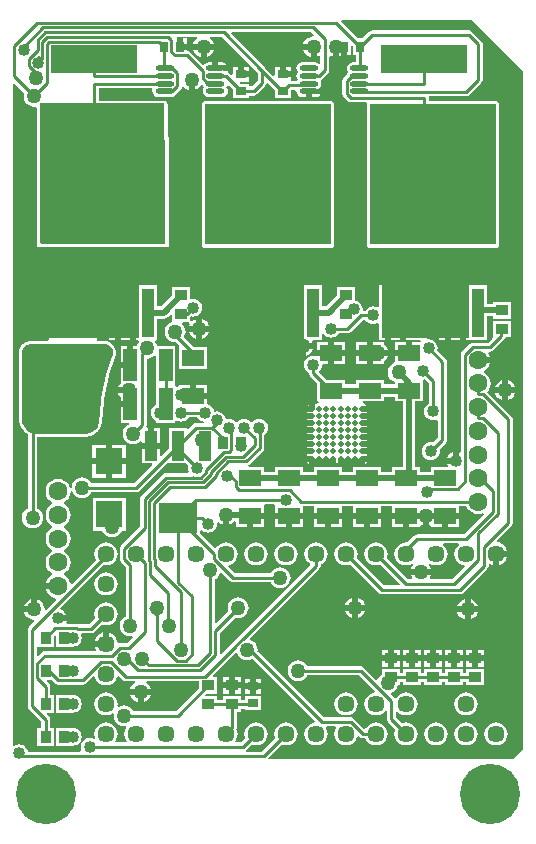
<source format=gbl>
G04 Layer_Physical_Order=2*
G04 Layer_Color=16711680*
%FSAX24Y24*%
%MOIN*%
G70*
G01*
G75*
%ADD13R,0.0394X0.0354*%
%ADD21R,0.0354X0.0394*%
%ADD23R,0.4173X0.3465*%
%ADD24R,0.0413X0.1634*%
%ADD25R,0.0354X0.0276*%
%ADD26C,0.0100*%
%ADD27C,0.0200*%
%ADD29C,0.0630*%
%ADD30C,0.0570*%
%ADD31C,0.2010*%
%ADD32C,0.0500*%
%ADD33C,0.0400*%
%ADD34C,0.0200*%
%ADD35R,0.2906X0.0961*%
%ADD36R,0.0748X0.0532*%
%ADD37R,0.0906X0.0906*%
%ADD38R,0.0394X0.0984*%
%ADD39R,0.1299X0.0984*%
%ADD40R,0.0453X0.1063*%
%ADD41R,0.0276X0.0354*%
%ADD42O,0.0630X0.0177*%
%ADD43R,0.4200X0.4700*%
%ADD44R,0.4150X0.4650*%
G36*
X061740Y040296D02*
X061733Y040282D01*
X061713Y040252D01*
X061627Y040241D01*
X061542Y040206D01*
X061469Y040150D01*
X061413Y040077D01*
X061381Y040000D01*
X061719D01*
Y039900D01*
X061818D01*
Y039563D01*
X061890Y039592D01*
X061929Y039577D01*
X061940Y039572D01*
Y039362D01*
X061890Y039335D01*
X061853Y039360D01*
X061780Y039375D01*
X061327D01*
X061254Y039360D01*
X061192Y039319D01*
X061151Y039257D01*
X061136Y039184D01*
X061151Y039111D01*
X061188Y039056D01*
X061151Y039001D01*
X061136Y038928D01*
X061151Y038855D01*
X061183Y038808D01*
X061157Y038765D01*
X060977D01*
Y038876D01*
X060700D01*
Y038976D01*
X060600D01*
Y039213D01*
X060423D01*
Y038957D01*
X060377Y038937D01*
X060107Y039207D01*
X060107Y039207D01*
X058969Y040345D01*
X058988Y040392D01*
X061644D01*
X061740Y040296D01*
D02*
G37*
G36*
X056905Y026026D02*
Y026010D01*
X057476D01*
X057548Y025938D01*
X057543Y025928D01*
X057533Y025850D01*
X057543Y025772D01*
X057555Y025742D01*
X057522Y025692D01*
X056796D01*
X056796Y025692D01*
X056738Y025680D01*
X056688Y025648D01*
X055981Y024940D01*
X055948Y024891D01*
X055936Y024833D01*
X055936Y024833D01*
Y023908D01*
X055299Y023270D01*
X055266Y023221D01*
X055255Y023163D01*
X055255Y023163D01*
Y022837D01*
X055255Y022837D01*
X055266Y022779D01*
X055299Y022730D01*
X055461Y022568D01*
Y020914D01*
X055436Y020904D01*
X055363Y020849D01*
X055308Y020776D01*
X055272Y020691D01*
X055260Y020600D01*
X055272Y020509D01*
X055308Y020424D01*
X055363Y020352D01*
X055436Y020296D01*
X055521Y020261D01*
X055612Y020249D01*
X055672Y020256D01*
X055695Y020209D01*
X055496Y020010D01*
X055251D01*
X055251Y020010D01*
X055238Y020008D01*
X055182Y020047D01*
X055175Y020101D01*
X055136Y020194D01*
X055075Y020275D01*
X054994Y020336D01*
X054901Y020375D01*
X054900Y020375D01*
Y020000D01*
X054800D01*
Y019900D01*
X054425D01*
X054425Y019899D01*
X054464Y019806D01*
X054467Y019802D01*
X054444Y019757D01*
X052763D01*
X052763Y019757D01*
X052705Y019746D01*
X052656Y019713D01*
X052537Y019595D01*
X052491Y019614D01*
Y019862D01*
X052509Y019905D01*
X053061D01*
Y020261D01*
X053096Y020290D01*
X053139Y020272D01*
Y019905D01*
X053647D01*
X053691Y019899D01*
X053768Y019909D01*
X053841Y019939D01*
X053903Y019987D01*
X053951Y020050D01*
X053981Y020122D01*
X053992Y020200D01*
X053981Y020278D01*
X053969Y020307D01*
X053997Y020349D01*
X054300D01*
X054300Y020349D01*
X054358Y020360D01*
X054407Y020393D01*
X054658Y020644D01*
X054700Y020626D01*
X054800Y020613D01*
X054900Y020626D01*
X054993Y020665D01*
X055073Y020727D01*
X055135Y020807D01*
X055174Y020900D01*
X055187Y021000D01*
X055174Y021100D01*
X055135Y021193D01*
X055073Y021273D01*
X054993Y021335D01*
X054900Y021374D01*
X054800Y021387D01*
X054700Y021374D01*
X054607Y021335D01*
X054527Y021273D01*
X054465Y021193D01*
X054426Y021100D01*
X054413Y021000D01*
X054426Y020900D01*
X054444Y020858D01*
X054237Y020651D01*
X053864D01*
X053819Y020660D01*
X053819Y020660D01*
X053489D01*
X053467Y020710D01*
X053483Y020750D01*
X053200D01*
Y020950D01*
X053483D01*
X053462Y021001D01*
X053414Y021064D01*
X053351Y021112D01*
X053295Y021135D01*
X053277Y021188D01*
X054713Y022625D01*
X054800Y022613D01*
X054900Y022626D01*
X054993Y022665D01*
X055073Y022727D01*
X055135Y022807D01*
X055174Y022900D01*
X055187Y023000D01*
X055174Y023100D01*
X055135Y023193D01*
X055073Y023273D01*
X054993Y023335D01*
X054900Y023374D01*
X054800Y023387D01*
X054700Y023374D01*
X054607Y023335D01*
X054527Y023273D01*
X054465Y023193D01*
X054426Y023100D01*
X054413Y023000D01*
X054426Y022900D01*
X054465Y022807D01*
X054466Y022805D01*
X053655Y021994D01*
X053607Y022010D01*
X053604Y022034D01*
X053562Y022134D01*
X053496Y022221D01*
X053409Y022288D01*
X053392Y022295D01*
Y022345D01*
X053408Y022351D01*
X053495Y022418D01*
X053561Y022504D01*
X053603Y022605D01*
X053617Y022713D01*
X053603Y022821D01*
X053561Y022921D01*
X053495Y023007D01*
X053408Y023074D01*
X053390Y023081D01*
Y023131D01*
X053408Y023139D01*
X053495Y023205D01*
X053561Y023291D01*
X053603Y023392D01*
X053617Y023500D01*
X053603Y023608D01*
X053561Y023709D01*
X053495Y023795D01*
X053408Y023861D01*
X053387Y023870D01*
Y023920D01*
X053408Y023929D01*
X053495Y023995D01*
X053561Y024081D01*
X053603Y024182D01*
X053617Y024290D01*
X053603Y024398D01*
X053561Y024499D01*
X053495Y024585D01*
X053408Y024651D01*
X053387Y024660D01*
Y024710D01*
X053408Y024719D01*
X053495Y024785D01*
X053561Y024871D01*
X053603Y024972D01*
X053617Y025080D01*
X053616Y025085D01*
X053665Y025098D01*
X053696Y025024D01*
X053752Y024952D01*
X053824Y024896D01*
X053909Y024861D01*
X054000Y024849D01*
X054091Y024861D01*
X054176Y024896D01*
X054248Y024952D01*
X054304Y025024D01*
X054314Y025049D01*
X055799D01*
X055799Y025049D01*
X055857Y025060D01*
X055906Y025093D01*
X056859Y026045D01*
X056905Y026026D01*
D02*
G37*
G36*
X067000Y040800D02*
X068700Y039100D01*
Y016800D01*
Y016500D01*
X068350Y016150D01*
X060229D01*
X060210Y016196D01*
X060658Y016644D01*
X060700Y016626D01*
X060800Y016613D01*
X060900Y016626D01*
X060993Y016665D01*
X061073Y016727D01*
X061135Y016807D01*
X061174Y016900D01*
X061187Y017000D01*
X061174Y017100D01*
X061135Y017193D01*
X061073Y017273D01*
X060993Y017335D01*
X060900Y017374D01*
X060800Y017387D01*
X060700Y017374D01*
X060607Y017335D01*
X060527Y017273D01*
X060465Y017193D01*
X060426Y017100D01*
X060413Y017000D01*
X060426Y016900D01*
X060444Y016858D01*
X059989Y016403D01*
X059482D01*
X059467Y016453D01*
X059468Y016454D01*
X059658Y016644D01*
X059700Y016626D01*
X059800Y016613D01*
X059900Y016626D01*
X059993Y016665D01*
X060073Y016727D01*
X060135Y016807D01*
X060174Y016900D01*
X060187Y017000D01*
X060174Y017100D01*
X060135Y017193D01*
X060073Y017273D01*
X059993Y017335D01*
X059900Y017374D01*
X059800Y017387D01*
X059700Y017374D01*
X059607Y017335D01*
X059527Y017273D01*
X059465Y017193D01*
X059426Y017100D01*
X059413Y017000D01*
X059426Y016900D01*
X059444Y016858D01*
X059298Y016712D01*
X059125D01*
X059101Y016762D01*
X059135Y016807D01*
X059174Y016900D01*
X059187Y017000D01*
X059174Y017100D01*
X059145Y017169D01*
X059151Y017200D01*
X059151Y017200D01*
Y017709D01*
X059295D01*
Y017834D01*
X059424D01*
Y017788D01*
X059976D01*
Y018261D01*
X059424D01*
Y018136D01*
X059295D01*
Y018261D01*
X058705D01*
Y018136D01*
X058495D01*
Y018261D01*
X058128D01*
X058110Y018304D01*
X058139Y018339D01*
X058495D01*
Y018891D01*
X058370D01*
X058351Y018937D01*
X059114Y019700D01*
X059170Y019686D01*
X059196Y019624D01*
X059251Y019552D01*
X059324Y019496D01*
X059409Y019461D01*
X059500Y019449D01*
X059591Y019461D01*
X059676Y019496D01*
X059684Y019502D01*
X061759Y017427D01*
X061743Y017379D01*
X061700Y017374D01*
X061607Y017335D01*
X061527Y017273D01*
X061465Y017193D01*
X061426Y017100D01*
X061413Y017000D01*
X061426Y016900D01*
X061465Y016807D01*
X061527Y016727D01*
X061607Y016665D01*
X061700Y016626D01*
X061800Y016613D01*
X061900Y016626D01*
X061993Y016665D01*
X062073Y016727D01*
X062135Y016807D01*
X062174Y016900D01*
X062187Y017000D01*
X062174Y017100D01*
X062135Y017193D01*
X062131Y017198D01*
X062154Y017243D01*
X062446D01*
X062469Y017198D01*
X062465Y017193D01*
X062426Y017100D01*
X062413Y017000D01*
X062426Y016900D01*
X062465Y016807D01*
X062527Y016727D01*
X062607Y016665D01*
X062700Y016626D01*
X062800Y016613D01*
X062900Y016626D01*
X062993Y016665D01*
X063073Y016727D01*
X063135Y016807D01*
X063174Y016900D01*
X063174Y016906D01*
X063222Y016922D01*
X063250Y016893D01*
X063299Y016860D01*
X063357Y016849D01*
X063357Y016849D01*
X063448D01*
X063465Y016807D01*
X063527Y016727D01*
X063607Y016665D01*
X063700Y016626D01*
X063800Y016613D01*
X063900Y016626D01*
X063993Y016665D01*
X064073Y016727D01*
X064135Y016807D01*
X064174Y016900D01*
X064187Y017000D01*
X064174Y017100D01*
X064135Y017193D01*
X064073Y017273D01*
X063993Y017335D01*
X063900Y017374D01*
X063800Y017387D01*
X063700Y017374D01*
X063607Y017335D01*
X063527Y017273D01*
X063465Y017193D01*
X063459Y017178D01*
X063401Y017170D01*
X063070Y017501D01*
X063021Y017534D01*
X062963Y017545D01*
X062963Y017545D01*
X062069D01*
X059847Y019767D01*
X059851Y019800D01*
X059839Y019891D01*
X059804Y019976D01*
X059749Y020048D01*
X059676Y020104D01*
X059614Y020130D01*
X059600Y020186D01*
X061907Y022493D01*
X061907Y022493D01*
X061940Y022542D01*
X061951Y022600D01*
X061951Y022600D01*
Y022648D01*
X061993Y022665D01*
X062073Y022727D01*
X062135Y022807D01*
X062174Y022900D01*
X062187Y023000D01*
X062174Y023100D01*
X062135Y023193D01*
X062073Y023273D01*
X061993Y023335D01*
X061900Y023374D01*
X061800Y023387D01*
X061700Y023374D01*
X061607Y023335D01*
X061527Y023273D01*
X061465Y023193D01*
X061426Y023100D01*
X061413Y023000D01*
X061426Y022900D01*
X061465Y022807D01*
X061527Y022727D01*
X061592Y022676D01*
X061604Y022618D01*
X059268Y020282D01*
X059244Y020266D01*
X059244Y020266D01*
X059034Y020056D01*
X059018Y020032D01*
X058636Y019650D01*
X058586Y019671D01*
Y020372D01*
X059085Y020871D01*
X059109Y020861D01*
X059200Y020849D01*
X059291Y020861D01*
X059376Y020896D01*
X059448Y020951D01*
X059504Y021024D01*
X059539Y021109D01*
X059551Y021200D01*
X059539Y021291D01*
X059504Y021376D01*
X059448Y021449D01*
X059376Y021504D01*
X059291Y021539D01*
X059200Y021551D01*
X059109Y021539D01*
X059024Y021504D01*
X058952Y021449D01*
X058896Y021376D01*
X058861Y021291D01*
X058849Y021200D01*
X058861Y021109D01*
X058871Y021085D01*
X058473Y020687D01*
X058427Y020707D01*
Y022145D01*
X058452Y022155D01*
X058524Y022211D01*
X058580Y022283D01*
X058608Y022350D01*
X058662Y022367D01*
X058936Y022093D01*
X058985Y022060D01*
X059043Y022049D01*
X059043Y022049D01*
X060286D01*
X060296Y022024D01*
X060352Y021951D01*
X060424Y021896D01*
X060509Y021861D01*
X060600Y021849D01*
X060691Y021861D01*
X060776Y021896D01*
X060848Y021951D01*
X060904Y022024D01*
X060939Y022109D01*
X060951Y022200D01*
X060939Y022291D01*
X060904Y022376D01*
X060848Y022448D01*
X060776Y022504D01*
X060691Y022539D01*
X060600Y022551D01*
X060509Y022539D01*
X060424Y022504D01*
X060352Y022448D01*
X060296Y022376D01*
X060286Y022351D01*
X059105D01*
X058878Y022578D01*
X058894Y022626D01*
X058900Y022626D01*
X058993Y022665D01*
X059073Y022727D01*
X059135Y022807D01*
X059174Y022900D01*
X059187Y023000D01*
X059174Y023100D01*
X059135Y023193D01*
X059073Y023273D01*
X058993Y023335D01*
X058900Y023374D01*
X058800Y023387D01*
X058700Y023374D01*
X058607Y023335D01*
X058527Y023273D01*
X058476Y023208D01*
X058418Y023195D01*
X057948Y023665D01*
Y023763D01*
X057998Y023779D01*
X058050Y023739D01*
X058122Y023709D01*
X058200Y023699D01*
X058278Y023709D01*
X058351Y023739D01*
X058413Y023787D01*
X058461Y023849D01*
X058491Y023922D01*
X058501Y024000D01*
X058496Y024039D01*
X058544Y024059D01*
X058550Y024050D01*
X058623Y023994D01*
X058700Y023963D01*
Y024300D01*
X058900D01*
Y023963D01*
X058977Y023994D01*
X059050Y024050D01*
X059076Y024085D01*
X059126Y024068D01*
Y023904D01*
X059500D01*
Y024270D01*
X059600D01*
Y024370D01*
X060074D01*
Y024636D01*
X060119Y024649D01*
X060381D01*
X060426Y024636D01*
Y024370D01*
X061374D01*
Y024586D01*
X061726D01*
Y024370D01*
X062674D01*
Y024586D01*
X063026D01*
Y024370D01*
X063974D01*
Y024586D01*
X064326D01*
Y024370D01*
X064800D01*
Y024270D01*
X064900D01*
Y023904D01*
X065274D01*
Y023919D01*
X065316Y023947D01*
X065350Y023933D01*
Y024270D01*
X065550D01*
Y023933D01*
X065584Y023947D01*
X065626Y023919D01*
Y023904D01*
X066000D01*
Y024270D01*
X066100D01*
Y024370D01*
X066574D01*
Y024586D01*
X066815D01*
X066839Y024529D01*
X066905Y024443D01*
X066992Y024377D01*
X067092Y024335D01*
X067200Y024321D01*
X067308Y024335D01*
X067380Y024365D01*
X067409Y024323D01*
X066737Y023651D01*
X065175D01*
X065117Y023640D01*
X065068Y023607D01*
X065068Y023607D01*
X064842Y023381D01*
X064800Y023387D01*
X064700Y023374D01*
X064607Y023335D01*
X064527Y023273D01*
X064465Y023193D01*
X064426Y023100D01*
X064413Y023000D01*
X064426Y022900D01*
X064465Y022807D01*
X064527Y022727D01*
X064607Y022665D01*
X064700Y022626D01*
X064800Y022613D01*
X064900Y022626D01*
X064993Y022665D01*
X065008Y022676D01*
X065043Y022640D01*
X064994Y022577D01*
X064963Y022500D01*
X065637D01*
X065606Y022577D01*
X065557Y022640D01*
X065592Y022676D01*
X065607Y022665D01*
X065700Y022626D01*
X065800Y022613D01*
X065900Y022626D01*
X065993Y022665D01*
X066073Y022727D01*
X066135Y022807D01*
X066174Y022900D01*
X066187Y023000D01*
X066174Y023100D01*
X066135Y023193D01*
X066073Y023273D01*
X066041Y023299D01*
X066058Y023349D01*
X066542D01*
X066559Y023299D01*
X066527Y023273D01*
X066465Y023193D01*
X066426Y023100D01*
X066413Y023000D01*
X066426Y022900D01*
X066465Y022807D01*
X066527Y022727D01*
X066607Y022665D01*
X066700Y022626D01*
X066743Y022621D01*
X066759Y022573D01*
X066337Y022151D01*
X065607D01*
X065585Y022196D01*
X065606Y022223D01*
X065637Y022300D01*
X064963D01*
X064994Y022223D01*
X065015Y022196D01*
X064993Y022151D01*
X064863D01*
X064156Y022858D01*
X064174Y022900D01*
X064187Y023000D01*
X064174Y023100D01*
X064135Y023193D01*
X064073Y023273D01*
X063993Y023335D01*
X063900Y023374D01*
X063800Y023387D01*
X063700Y023374D01*
X063607Y023335D01*
X063527Y023273D01*
X063465Y023193D01*
X063426Y023100D01*
X063413Y023000D01*
X063426Y022900D01*
X063465Y022807D01*
X063527Y022727D01*
X063607Y022665D01*
X063700Y022626D01*
X063800Y022613D01*
X063900Y022626D01*
X063942Y022644D01*
X064588Y021998D01*
X064569Y021951D01*
X064063D01*
X063156Y022858D01*
X063174Y022900D01*
X063187Y023000D01*
X063174Y023100D01*
X063135Y023193D01*
X063073Y023273D01*
X062993Y023335D01*
X062900Y023374D01*
X062800Y023387D01*
X062700Y023374D01*
X062607Y023335D01*
X062527Y023273D01*
X062465Y023193D01*
X062426Y023100D01*
X062413Y023000D01*
X062426Y022900D01*
X062465Y022807D01*
X062527Y022727D01*
X062607Y022665D01*
X062700Y022626D01*
X062800Y022613D01*
X062900Y022626D01*
X062942Y022644D01*
X063893Y021693D01*
X063893Y021693D01*
X063942Y021660D01*
X064000Y021649D01*
X066600D01*
X066600Y021649D01*
X066658Y021660D01*
X066707Y021693D01*
X067507Y022493D01*
X067507Y022493D01*
X067540Y022542D01*
X067551Y022600D01*
X067551Y022600D01*
Y022649D01*
X067596Y022671D01*
X067606Y022664D01*
X067699Y022625D01*
X067700Y022625D01*
Y023000D01*
X067800D01*
Y023100D01*
X068175D01*
X068175Y023101D01*
X068136Y023194D01*
X068075Y023275D01*
X067994Y023336D01*
X067901Y023375D01*
X067850Y023382D01*
X067832Y023434D01*
X068307Y023909D01*
X068307Y023909D01*
X068340Y023958D01*
X068351Y024016D01*
X068351Y024016D01*
Y027487D01*
X068340Y027545D01*
X068307Y027594D01*
X068307Y027594D01*
X067506Y028395D01*
X067561Y028466D01*
X067603Y028567D01*
X067617Y028675D01*
X067603Y028783D01*
X067561Y028883D01*
X067495Y028970D01*
X067408Y029036D01*
X067392Y029043D01*
Y029093D01*
X067409Y029100D01*
X067496Y029166D01*
X067562Y029253D01*
X067604Y029354D01*
X067605Y029362D01*
X067200D01*
Y029562D01*
X067605D01*
X067604Y029571D01*
X067562Y029671D01*
X067548Y029690D01*
X067570Y029735D01*
X067601D01*
X067601Y029735D01*
X067659Y029746D01*
X067708Y029779D01*
X068089Y030161D01*
X068089Y030161D01*
X068122Y030209D01*
X068295D01*
Y030761D01*
X067705D01*
Y030209D01*
X067705Y030209D01*
X067705D01*
X067675Y030174D01*
X067539Y030038D01*
X067024D01*
X066966Y030026D01*
X066917Y029993D01*
X066917Y029993D01*
X066669Y029745D01*
X066636Y029696D01*
X066625Y029638D01*
X066625Y029638D01*
Y026404D01*
X066575Y026373D01*
X066550Y026383D01*
Y026100D01*
X066450D01*
Y026000D01*
X066167D01*
X066188Y025949D01*
X066195Y025939D01*
X066173Y025894D01*
X065628D01*
Y025732D01*
X065272D01*
Y025894D01*
X065102D01*
Y028076D01*
X065372D01*
Y028802D01*
X065427Y028809D01*
X065549Y028687D01*
Y028010D01*
X065487Y027963D01*
X065439Y027901D01*
X065409Y027828D01*
X065409Y027825D01*
X065397Y027808D01*
X065386Y027750D01*
X065397Y027692D01*
X065409Y027675D01*
X065409Y027672D01*
X065439Y027599D01*
X065487Y027537D01*
X065550Y027489D01*
X065622Y027459D01*
X065700Y027449D01*
X065778Y027459D01*
X065808Y027472D01*
X065858Y027438D01*
Y026867D01*
X065704Y026713D01*
X065628Y026723D01*
X065550Y026713D01*
X065477Y026683D01*
X065415Y026635D01*
X065367Y026573D01*
X065337Y026500D01*
X065327Y026422D01*
X065337Y026345D01*
X065367Y026272D01*
X065415Y026210D01*
X065477Y026162D01*
X065550Y026132D01*
X065628Y026121D01*
X065705Y026132D01*
X065778Y026162D01*
X065840Y026210D01*
X065888Y026272D01*
X065918Y026345D01*
X065929Y026422D01*
X065918Y026499D01*
X066116Y026697D01*
X066116Y026697D01*
X066149Y026746D01*
X066160Y026804D01*
X066160Y026804D01*
Y029391D01*
X066160Y029391D01*
X066149Y029449D01*
X066116Y029498D01*
X066116Y029498D01*
X065841Y029773D01*
X065851Y029850D01*
X065841Y029928D01*
X065811Y030001D01*
X065763Y030063D01*
X065700Y030111D01*
X065628Y030141D01*
X065550Y030151D01*
X065544Y030150D01*
X065507Y030183D01*
Y030200D01*
X064800D01*
Y030122D01*
X065278D01*
X065304Y030072D01*
X065299Y030066D01*
X065000D01*
Y029700D01*
X064900D01*
Y029600D01*
X064426D01*
Y029376D01*
X064374Y029354D01*
X064302Y029299D01*
X064246Y029226D01*
X064211Y029141D01*
X064199Y029050D01*
X064211Y028959D01*
X064246Y028874D01*
X064302Y028802D01*
X064374Y028746D01*
X064428Y028724D01*
Y028642D01*
X064072D01*
Y028804D01*
X063128D01*
Y028642D01*
X062772D01*
Y028804D01*
X062150D01*
X061910Y029044D01*
X061913Y029087D01*
X061961Y029149D01*
X061991Y029222D01*
X062001Y029300D01*
X062031Y029334D01*
X062200D01*
Y029600D01*
X061798D01*
X061786Y029591D01*
X061776Y029591D01*
X061700Y029601D01*
X061622Y029591D01*
X061550Y029561D01*
X061487Y029513D01*
X061439Y029451D01*
X061409Y029378D01*
X061400Y029308D01*
Y029292D01*
X061409Y029222D01*
X061439Y029149D01*
X061487Y029087D01*
X061549Y029040D01*
X061560Y028982D01*
X061593Y028933D01*
X061828Y028699D01*
Y028076D01*
X061881D01*
X061886Y028026D01*
X061831Y028015D01*
X061791Y027988D01*
X061773Y028000D01*
Y027827D01*
X061673D01*
Y027727D01*
X061500D01*
X061512Y027709D01*
X061500Y027691D01*
X061673D01*
Y027491D01*
X061500D01*
X061512Y027472D01*
X061500Y027454D01*
X061673D01*
Y027254D01*
X061500D01*
X061512Y027236D01*
X061500Y027218D01*
X061673D01*
Y027018D01*
X061500D01*
X061512Y027000D01*
X061500Y026982D01*
X061673D01*
Y026782D01*
X061500D01*
X061512Y026764D01*
X061500Y026746D01*
X061673D01*
Y026546D01*
X061500D01*
X061512Y026528D01*
X061500Y026509D01*
X061673D01*
Y026309D01*
X061500D01*
X061512Y026291D01*
X061500Y026273D01*
X061673D01*
Y026173D01*
X061773D01*
Y026000D01*
X061791Y026012D01*
X061809Y026000D01*
Y026173D01*
X062009D01*
Y026000D01*
X062028Y026012D01*
X062046Y026000D01*
Y026173D01*
X062246D01*
Y026000D01*
X062264Y026012D01*
X062282Y026000D01*
Y026173D01*
X062482D01*
Y026000D01*
X062500Y026012D01*
X062518Y026000D01*
Y026173D01*
X062718D01*
Y026000D01*
X062736Y026012D01*
X062754Y026000D01*
Y026173D01*
X062954D01*
Y026000D01*
X062972Y026012D01*
X062991Y026000D01*
Y026173D01*
X063191D01*
Y026000D01*
X063209Y026012D01*
X063227Y026000D01*
Y026173D01*
X063327D01*
Y026273D01*
X063500D01*
X063488Y026291D01*
X063500Y026309D01*
X063327D01*
Y026509D01*
X063500D01*
X063488Y026528D01*
X063500Y026546D01*
X063327D01*
Y026746D01*
X063500D01*
X063488Y026764D01*
X063500Y026782D01*
X063327D01*
Y026982D01*
X063500D01*
X063488Y027000D01*
X063500Y027018D01*
X063327D01*
Y027218D01*
X063500D01*
X063488Y027236D01*
X063500Y027254D01*
X063327D01*
Y027454D01*
X063500D01*
X063488Y027472D01*
X063500Y027491D01*
X063327D01*
Y027691D01*
X063500D01*
X063488Y027709D01*
X063500Y027727D01*
X063327D01*
Y027927D01*
X063500D01*
X063471Y027971D01*
X063405Y028015D01*
X063350Y028026D01*
X063355Y028076D01*
X064072D01*
Y028238D01*
X064428D01*
Y028076D01*
X064698D01*
Y025894D01*
X064328D01*
Y025732D01*
X063972D01*
Y025894D01*
X063028D01*
Y025732D01*
X062672D01*
Y025894D01*
X061728D01*
Y025732D01*
X061372D01*
Y025894D01*
X060428D01*
Y025732D01*
X060072D01*
Y025894D01*
X059559D01*
X059546Y025944D01*
X059583Y025969D01*
X060026Y026412D01*
X060026Y026412D01*
X060059Y026461D01*
X060071Y026519D01*
X060071Y026519D01*
Y026955D01*
X060113Y026987D01*
X060161Y027050D01*
X060191Y027122D01*
X060201Y027200D01*
X060191Y027278D01*
X060161Y027350D01*
X060113Y027413D01*
X060051Y027461D01*
X059978Y027491D01*
X059900Y027501D01*
X059822Y027491D01*
X059749Y027461D01*
X059687Y027413D01*
X059675Y027397D01*
X059625D01*
X059613Y027413D01*
X059550Y027461D01*
X059478Y027491D01*
X059400Y027501D01*
X059322Y027491D01*
X059250Y027461D01*
X059187Y027413D01*
X059175Y027397D01*
X059125D01*
X059113Y027413D01*
X059050Y027461D01*
X058978Y027491D01*
X058900Y027501D01*
X058839Y027493D01*
X058789Y027520D01*
X058782Y027528D01*
X058755Y027595D01*
X058707Y027658D01*
X058645Y027706D01*
X058572Y027736D01*
X058494Y027746D01*
X058416Y027736D01*
X058409Y027740D01*
X058390Y027779D01*
X058361Y027850D01*
X058313Y027913D01*
X058250Y027961D01*
X058178Y027991D01*
X058174Y027991D01*
Y028170D01*
X057700D01*
Y028270D01*
X057600D01*
Y028636D01*
X057226D01*
Y028593D01*
X057222Y028592D01*
X057176Y028573D01*
X057127Y028596D01*
X057115Y028630D01*
Y028670D01*
X057115D01*
Y029930D01*
X056506D01*
X056504Y029945D01*
X056469Y030030D01*
X056435Y030074D01*
X056460Y030124D01*
X056505D01*
Y030837D01*
X056724D01*
X056802Y030852D01*
X056867Y030896D01*
X056959Y030987D01*
X057005Y030968D01*
Y030738D01*
X056924Y030704D01*
X056852Y030649D01*
X056796Y030576D01*
X056761Y030491D01*
X056749Y030400D01*
X056761Y030309D01*
X056796Y030224D01*
X056852Y030152D01*
X056924Y030096D01*
X057009Y030061D01*
X057100Y030049D01*
X057133Y030053D01*
X057246Y029940D01*
X057228Y029894D01*
X057228D01*
Y029166D01*
X058172D01*
Y029894D01*
X057720D01*
X057398Y030216D01*
X057404Y030224D01*
X057439Y030309D01*
X057451Y030400D01*
X057439Y030491D01*
X057404Y030576D01*
X057348Y030649D01*
X057334Y030659D01*
X057351Y030709D01*
X057557D01*
X057566Y030701D01*
X057587Y030659D01*
X057563Y030600D01*
X057800D01*
Y030837D01*
X057723Y030806D01*
X057650Y030750D01*
X057645Y030743D01*
X057595Y030760D01*
Y030872D01*
X057634Y030908D01*
X057700Y030899D01*
X057778Y030909D01*
X057850Y030939D01*
X057913Y030987D01*
X057961Y031049D01*
X057991Y031122D01*
X058001Y031200D01*
X057991Y031278D01*
X057961Y031351D01*
X057913Y031413D01*
X057850Y031461D01*
X057778Y031491D01*
X057700Y031501D01*
X057645Y031494D01*
X057595Y031529D01*
Y031891D01*
X057005D01*
Y031606D01*
X056641Y031242D01*
X056505D01*
Y031955D01*
X056007D01*
Y031956D01*
X055907D01*
X055900Y031920D01*
Y031900D01*
Y030200D01*
X055800D01*
Y030122D01*
X055868D01*
X055893Y030072D01*
X055860Y030030D01*
X055825Y029945D01*
X055823Y029931D01*
X055709D01*
Y029300D01*
X055609D01*
Y029200D01*
X055283D01*
Y028677D01*
X055244Y028627D01*
X055213Y028550D01*
X055550D01*
Y028350D01*
X055213D01*
X055244Y028273D01*
X055283Y028223D01*
Y028100D01*
X055609D01*
Y027900D01*
X055283D01*
Y027369D01*
X055549D01*
X055558Y027318D01*
X055524Y027304D01*
X055451Y027248D01*
X055396Y027176D01*
X055361Y027091D01*
X055349Y027000D01*
X055361Y026909D01*
X055396Y026824D01*
X055451Y026751D01*
X055524Y026696D01*
X055609Y026661D01*
X055700Y026649D01*
X055791Y026661D01*
X055876Y026696D01*
X055948Y026751D01*
X055966Y026748D01*
X055998Y026738D01*
Y026701D01*
X056194D01*
Y027193D01*
X056167D01*
X056140Y027242D01*
X056151Y027300D01*
X056151Y027300D01*
Y029491D01*
X056165Y029503D01*
X056256Y029515D01*
X056340Y029550D01*
X056413Y029606D01*
X056418Y029613D01*
X056466Y029597D01*
Y028670D01*
X056466D01*
Y028630D01*
X056466D01*
Y027967D01*
X056449Y027961D01*
X056387Y027913D01*
X056339Y027850D01*
X056309Y027778D01*
X056299Y027700D01*
X056309Y027622D01*
X056339Y027550D01*
X056387Y027487D01*
X056449Y027439D01*
X056466Y027433D01*
Y027370D01*
X057115D01*
Y027408D01*
X057165Y027433D01*
X057222Y027409D01*
X057300Y027399D01*
X057378Y027409D01*
X057450Y027439D01*
X057513Y027487D01*
X057560Y027549D01*
X057840D01*
X057887Y027487D01*
X057950Y027439D01*
X058022Y027409D01*
X058067Y027403D01*
X058064Y027353D01*
X057801D01*
X057743Y027342D01*
X057694Y027309D01*
X057694Y027309D01*
X057541Y027156D01*
X057495Y027175D01*
Y027191D01*
X056905D01*
Y026520D01*
X056638Y026252D01*
X056591Y026271D01*
Y026501D01*
X056294D01*
X055998D01*
Y026009D01*
X056329D01*
X056348Y025962D01*
X055737Y025351D01*
X054314D01*
X054304Y025376D01*
X054248Y025449D01*
X054176Y025504D01*
X054091Y025539D01*
X054000Y025551D01*
X053909Y025539D01*
X053824Y025504D01*
X053752Y025449D01*
X053696Y025376D01*
X053661Y025291D01*
X053649Y025200D01*
X053600Y025196D01*
X053561Y025289D01*
X053495Y025375D01*
X053408Y025441D01*
X053308Y025483D01*
X053200Y025497D01*
X053092Y025483D01*
X052991Y025441D01*
X052905Y025375D01*
X052839Y025289D01*
X052797Y025188D01*
X052783Y025080D01*
X052797Y024972D01*
X052839Y024871D01*
X052905Y024785D01*
X052991Y024719D01*
X053013Y024710D01*
Y024660D01*
X052991Y024651D01*
X052905Y024585D01*
X052839Y024499D01*
X052797Y024398D01*
X052783Y024290D01*
X052797Y024182D01*
X052839Y024081D01*
X052905Y023995D01*
X052991Y023929D01*
X053013Y023920D01*
Y023870D01*
X052991Y023861D01*
X052905Y023795D01*
X052839Y023709D01*
X052797Y023608D01*
X052783Y023500D01*
X052797Y023392D01*
X052839Y023291D01*
X052905Y023205D01*
X052991Y023139D01*
X053010Y023131D01*
Y023081D01*
X052991Y023074D01*
X052905Y023007D01*
X052839Y022921D01*
X052797Y022821D01*
X052783Y022713D01*
X052797Y022605D01*
X052839Y022504D01*
X052905Y022418D01*
X052991Y022351D01*
X053008Y022345D01*
Y022295D01*
X052991Y022288D01*
X052904Y022221D01*
X052838Y022134D01*
X052796Y022034D01*
X052795Y022025D01*
X053200D01*
Y021825D01*
X052795D01*
X052796Y021817D01*
X052838Y021716D01*
X052904Y021629D01*
X052991Y021563D01*
X053092Y021521D01*
X053115Y021518D01*
X053131Y021470D01*
X052797Y021137D01*
X052751Y021162D01*
X052741Y021241D01*
X052706Y021327D01*
X052650Y021400D01*
X052577Y021456D01*
X052500Y021487D01*
Y021150D01*
X052400D01*
Y021050D01*
X052063D01*
X052094Y020973D01*
X052150Y020900D01*
X052223Y020844D01*
X052309Y020809D01*
X052388Y020799D01*
X052413Y020753D01*
X052233Y020572D01*
X052200Y020523D01*
X052188Y020465D01*
X052188Y020465D01*
Y017917D01*
X052188Y017917D01*
X052200Y017859D01*
X052233Y017810D01*
X052634Y017409D01*
Y017195D01*
X052509D01*
Y016605D01*
X053061D01*
Y017195D01*
X052936D01*
Y017472D01*
X052925Y017530D01*
X052892Y017579D01*
X052892Y017579D01*
X052812Y017659D01*
X052831Y017705D01*
X053061D01*
Y018295D01*
X052936D01*
Y018572D01*
X052936Y018572D01*
X052925Y018630D01*
X052892Y018679D01*
X052892Y018679D01*
X052812Y018759D01*
X052831Y018805D01*
X052968D01*
X053089Y018684D01*
X053089Y018684D01*
X053138Y018651D01*
X053196Y018640D01*
X053196Y018640D01*
X054034D01*
X054034Y018640D01*
X054092Y018651D01*
X054141Y018684D01*
X054378Y018922D01*
X054426Y018906D01*
X054426Y018900D01*
X054465Y018807D01*
X054527Y018727D01*
X054607Y018665D01*
X054700Y018626D01*
X054800Y018613D01*
X054900Y018626D01*
X054993Y018665D01*
X055073Y018727D01*
X055135Y018807D01*
X055174Y018900D01*
X055174Y018906D01*
X055222Y018922D01*
X055350Y018793D01*
X055350Y018793D01*
X055399Y018760D01*
X055457Y018749D01*
X055751D01*
X055757Y018736D01*
X055764Y018699D01*
X055700Y018650D01*
X055644Y018577D01*
X055613Y018500D01*
X056287D01*
X056256Y018577D01*
X056200Y018650D01*
X056136Y018699D01*
X056143Y018736D01*
X056149Y018749D01*
X057905D01*
Y018534D01*
X057122Y017751D01*
X055714D01*
X055704Y017776D01*
X055648Y017849D01*
X055576Y017904D01*
X055491Y017939D01*
X055400Y017951D01*
X055309Y017939D01*
X055224Y017904D01*
X055178Y017932D01*
X055187Y018000D01*
X055174Y018100D01*
X055135Y018193D01*
X055073Y018273D01*
X054993Y018335D01*
X054900Y018374D01*
X054800Y018387D01*
X054700Y018374D01*
X054607Y018335D01*
X054527Y018273D01*
X054465Y018193D01*
X054426Y018100D01*
X054413Y018000D01*
X054426Y017900D01*
X054465Y017807D01*
X054527Y017727D01*
X054607Y017665D01*
X054700Y017626D01*
X054800Y017613D01*
X054900Y017626D01*
X054993Y017665D01*
X055008Y017676D01*
X055055Y017649D01*
X055049Y017600D01*
X055061Y017509D01*
X055096Y017424D01*
X055152Y017351D01*
X055224Y017296D01*
X055309Y017261D01*
X055400Y017249D01*
X055449Y017255D01*
X055476Y017208D01*
X055465Y017193D01*
X055426Y017100D01*
X055413Y017000D01*
X055426Y016900D01*
X055465Y016807D01*
X055499Y016762D01*
X055475Y016712D01*
X055125D01*
X055101Y016762D01*
X055135Y016807D01*
X055174Y016900D01*
X055187Y017000D01*
X055174Y017100D01*
X055135Y017193D01*
X055073Y017273D01*
X054993Y017335D01*
X054900Y017374D01*
X054800Y017387D01*
X054700Y017374D01*
X054607Y017335D01*
X054527Y017273D01*
X054465Y017193D01*
X054426Y017100D01*
X054413Y017000D01*
X054426Y016900D01*
X054448Y016849D01*
X054407Y016817D01*
X054401Y016821D01*
X054328Y016851D01*
X054250Y016862D01*
X054173Y016851D01*
X054100Y016821D01*
X054038Y016774D01*
X053990Y016711D01*
X053960Y016639D01*
X053949Y016561D01*
X053960Y016483D01*
X053972Y016453D01*
X053939Y016403D01*
X052194D01*
X052191Y016428D01*
X052161Y016501D01*
X052113Y016563D01*
X052050Y016611D01*
X051978Y016641D01*
X051900Y016651D01*
X051822Y016641D01*
X051750Y016611D01*
X051745Y016607D01*
X051700Y016629D01*
Y038671D01*
X051746Y038690D01*
X052071Y038365D01*
X052061Y038341D01*
X052049Y038250D01*
X052061Y038159D01*
X052096Y038074D01*
X052151Y038001D01*
X052224Y037946D01*
X052309Y037911D01*
X052400Y037899D01*
X052450Y037905D01*
X052500Y037862D01*
Y033350D01*
X052507Y033312D01*
X052515Y033300D01*
Y033224D01*
X056885D01*
Y036886D01*
X056850D01*
Y038000D01*
X056843Y038038D01*
X056821Y038071D01*
X056788Y038093D01*
X056750Y038100D01*
X055951D01*
Y038102D01*
X054551D01*
Y038521D01*
X056317D01*
X056347Y038471D01*
X056336Y038416D01*
X056351Y038343D01*
X056392Y038281D01*
X056454Y038240D01*
X056527Y038225D01*
X056980D01*
X057053Y038240D01*
X057115Y038281D01*
X057156Y038343D01*
X057159Y038358D01*
X057285Y038483D01*
X057317Y038532D01*
X057324Y038567D01*
X057378Y038580D01*
X057400Y038550D01*
X057473Y038494D01*
X057550Y038463D01*
Y038800D01*
X057750D01*
Y038463D01*
X057827Y038494D01*
X057900Y038550D01*
X057956Y038623D01*
X057956Y038624D01*
X058007Y038636D01*
X058042Y038611D01*
X058044Y038599D01*
X058081Y038544D01*
X058044Y038489D01*
X058029Y038416D01*
X058044Y038343D01*
X058085Y038281D01*
X058147Y038240D01*
X058220Y038225D01*
X058673D01*
X058746Y038240D01*
X058808Y038281D01*
X058849Y038343D01*
X058864Y038416D01*
X058849Y038489D01*
X058812Y038544D01*
X058846Y038594D01*
X058861Y038603D01*
X058897Y038614D01*
X059024Y038486D01*
Y038188D01*
X059576D01*
Y038273D01*
X059724D01*
X059724Y038273D01*
X059782Y038285D01*
X059831Y038317D01*
X060107Y038593D01*
X060107Y038593D01*
X060140Y038642D01*
X060145Y038670D01*
X060200Y038686D01*
X060424Y038462D01*
Y038188D01*
X060976D01*
Y038462D01*
X061105D01*
X061136Y038424D01*
X061135Y038416D01*
X061150Y038343D01*
X061191Y038280D01*
X061254Y038238D01*
X061327Y038224D01*
X061454D01*
Y038416D01*
X061554D01*
Y038474D01*
X061564Y038481D01*
X061780D01*
X061853Y038496D01*
X061883Y038516D01*
X061940D01*
X061920Y038546D01*
X061956Y038599D01*
X061971Y038672D01*
X061956Y038745D01*
X061978Y038803D01*
X062005Y038821D01*
X062198Y039014D01*
X062198Y039014D01*
X062231Y039063D01*
X062242Y039121D01*
X062242Y039121D01*
Y039560D01*
X062292Y039586D01*
X062350Y039563D01*
Y039900D01*
X062550D01*
Y039563D01*
X062624Y039593D01*
Y039900D01*
X062824D01*
Y039623D01*
X062962D01*
Y039925D01*
X063008Y039944D01*
X063039Y039919D01*
Y039624D01*
X063124D01*
Y039375D01*
X063020D01*
X062947Y039360D01*
X062885Y039319D01*
X062844Y039257D01*
X062829Y039184D01*
X062844Y039111D01*
X062881Y039056D01*
X062844Y039001D01*
X062841Y038987D01*
X062715Y038861D01*
X062683Y038812D01*
X062671Y038754D01*
X062671Y038754D01*
Y038522D01*
X062671Y038522D01*
X062674Y038510D01*
X062671Y038498D01*
X062671Y038498D01*
Y038334D01*
X062671Y038334D01*
X062683Y038276D01*
X062715Y038227D01*
X062850Y038093D01*
X062850Y038093D01*
X062899Y038060D01*
X062957Y038049D01*
X062957Y038049D01*
X063459D01*
X063500Y038000D01*
Y033300D01*
X063507Y033262D01*
X063515Y033250D01*
Y033224D01*
X063536D01*
X063562Y033207D01*
X063600Y033200D01*
X067800D01*
X067838Y033207D01*
X067864Y033224D01*
X067885D01*
Y033250D01*
X067893Y033262D01*
X067900Y033300D01*
Y038000D01*
X067893Y038038D01*
X067871Y038071D01*
X067838Y038093D01*
X067800Y038100D01*
X066951D01*
Y038102D01*
X065551D01*
Y038200D01*
X065549Y038210D01*
X065581Y038249D01*
X066800D01*
X066800Y038249D01*
X066858Y038260D01*
X066907Y038293D01*
X067307Y038693D01*
X067307Y038693D01*
X067340Y038742D01*
X067351Y038800D01*
Y040000D01*
X067351Y040000D01*
X067340Y040058D01*
X067307Y040107D01*
X067007Y040407D01*
X066958Y040440D01*
X066900Y040451D01*
X066900Y040451D01*
X063676D01*
X063676Y040451D01*
X063618Y040440D01*
X063569Y040407D01*
X063337Y040176D01*
X063214D01*
X062636Y040754D01*
X062655Y040800D01*
X067000Y040800D01*
D02*
G37*
G36*
X059849Y039037D02*
Y038763D01*
X059662Y038576D01*
X059576D01*
Y038661D01*
X059281D01*
X059256Y038692D01*
X059275Y038738D01*
X059577D01*
Y038876D01*
X059300D01*
Y038976D01*
X059200D01*
Y039213D01*
X059023D01*
Y038981D01*
X058977Y038962D01*
X058903Y039035D01*
X058874Y039055D01*
X058862Y039084D01*
X058776D01*
X058746Y039104D01*
X058673Y039119D01*
X058446D01*
Y039184D01*
X058346D01*
Y039376D01*
X058220D01*
X058147Y039362D01*
X058084Y039320D01*
X058077Y039310D01*
X058028Y039305D01*
X057612Y039721D01*
X057563Y039754D01*
X057513Y039763D01*
Y039800D01*
X057276D01*
Y039900D01*
X057176D01*
Y040177D01*
X057161D01*
X057157Y040183D01*
X057180Y040232D01*
X057181Y040233D01*
X057826D01*
X057843Y040183D01*
X057800Y040150D01*
X057744Y040077D01*
X057713Y040000D01*
X058387D01*
X058356Y040077D01*
X058300Y040150D01*
X058257Y040183D01*
X058274Y040233D01*
X058653D01*
X059849Y039037D01*
D02*
G37*
%LPC*%
G36*
X065297Y019792D02*
X065100D01*
Y019615D01*
X065297D01*
Y019792D01*
D02*
G37*
G36*
X066697D02*
X066500D01*
Y019615D01*
X066697D01*
Y019792D01*
D02*
G37*
G36*
X066750Y021050D02*
X066513D01*
X066544Y020973D01*
X066600Y020900D01*
X066673Y020844D01*
X066750Y020813D01*
Y021050D01*
D02*
G37*
G36*
X067187D02*
X066950D01*
Y020813D01*
X067027Y020844D01*
X067100Y020900D01*
X067156Y020973D01*
X067187Y021050D01*
D02*
G37*
G36*
X065997Y019792D02*
X065800D01*
Y019615D01*
X065997D01*
Y019792D01*
D02*
G37*
G36*
X054700Y020375D02*
X054699Y020375D01*
X054606Y020336D01*
X054525Y020275D01*
X054464Y020194D01*
X054425Y020101D01*
X054425Y020100D01*
X054700D01*
Y020375D01*
D02*
G37*
G36*
X064900Y019792D02*
X064703D01*
Y019615D01*
X064900D01*
Y019792D01*
D02*
G37*
G36*
X067000D02*
X066803D01*
Y019615D01*
X067000D01*
Y019792D01*
D02*
G37*
G36*
X064200D02*
X064003D01*
Y019615D01*
X064200D01*
Y019792D01*
D02*
G37*
G36*
X066300D02*
X066103D01*
Y019615D01*
X066300D01*
Y019792D01*
D02*
G37*
G36*
X067397D02*
X067200D01*
Y019615D01*
X067397D01*
Y019792D01*
D02*
G37*
G36*
X064597D02*
X064400D01*
Y019615D01*
X064597D01*
Y019792D01*
D02*
G37*
G36*
X065600D02*
X065403D01*
Y019615D01*
X065600D01*
Y019792D01*
D02*
G37*
G36*
X060800Y023387D02*
X060700Y023374D01*
X060607Y023335D01*
X060527Y023273D01*
X060465Y023193D01*
X060426Y023100D01*
X060413Y023000D01*
X060426Y022900D01*
X060465Y022807D01*
X060527Y022727D01*
X060607Y022665D01*
X060700Y022626D01*
X060800Y022613D01*
X060900Y022626D01*
X060993Y022665D01*
X061073Y022727D01*
X061135Y022807D01*
X061174Y022900D01*
X061187Y023000D01*
X061174Y023100D01*
X061135Y023193D01*
X061073Y023273D01*
X060993Y023335D01*
X060900Y023374D01*
X060800Y023387D01*
D02*
G37*
G36*
X059800D02*
X059700Y023374D01*
X059607Y023335D01*
X059527Y023273D01*
X059465Y023193D01*
X059426Y023100D01*
X059413Y023000D01*
X059426Y022900D01*
X059465Y022807D01*
X059527Y022727D01*
X059607Y022665D01*
X059700Y022626D01*
X059800Y022613D01*
X059900Y022626D01*
X059993Y022665D01*
X060073Y022727D01*
X060135Y022807D01*
X060174Y022900D01*
X060187Y023000D01*
X060174Y023100D01*
X060135Y023193D01*
X060073Y023273D01*
X059993Y023335D01*
X059900Y023374D01*
X059800Y023387D01*
D02*
G37*
G36*
X054800Y022387D02*
X054700Y022374D01*
X054607Y022335D01*
X054527Y022273D01*
X054465Y022193D01*
X054426Y022100D01*
X054413Y022000D01*
X054426Y021900D01*
X054465Y021807D01*
X054527Y021727D01*
X054607Y021665D01*
X054700Y021626D01*
X054800Y021613D01*
X054900Y021626D01*
X054993Y021665D01*
X055073Y021727D01*
X055135Y021807D01*
X055174Y021900D01*
X055187Y022000D01*
X055174Y022100D01*
X055135Y022193D01*
X055073Y022273D01*
X054993Y022335D01*
X054900Y022374D01*
X054800Y022387D01*
D02*
G37*
G36*
X060074Y024170D02*
X059700D01*
Y023904D01*
X060074D01*
Y024170D01*
D02*
G37*
G36*
X055451Y024865D02*
X054349D01*
Y023763D01*
X054680D01*
X054696Y023724D01*
X054752Y023651D01*
X054824Y023596D01*
X054909Y023561D01*
X055000Y023549D01*
X055091Y023561D01*
X055176Y023596D01*
X055248Y023651D01*
X055304Y023724D01*
X055320Y023763D01*
X055451D01*
Y024865D01*
D02*
G37*
G36*
X068175Y022900D02*
X067900D01*
Y022625D01*
X067901Y022625D01*
X067994Y022664D01*
X068075Y022725D01*
X068136Y022806D01*
X068175Y022899D01*
X068175Y022900D01*
D02*
G37*
G36*
X063200Y021537D02*
Y021300D01*
X063437D01*
X063406Y021377D01*
X063350Y021450D01*
X063277Y021506D01*
X063200Y021537D01*
D02*
G37*
G36*
X052300Y021487D02*
X052223Y021456D01*
X052150Y021400D01*
X052094Y021327D01*
X052063Y021250D01*
X052300D01*
Y021487D01*
D02*
G37*
G36*
X063437Y021100D02*
X063200D01*
Y020863D01*
X063277Y020894D01*
X063350Y020950D01*
X063406Y021023D01*
X063437Y021100D01*
D02*
G37*
G36*
X063000D02*
X062763D01*
X062794Y021023D01*
X062850Y020950D01*
X062923Y020894D01*
X063000Y020863D01*
Y021100D01*
D02*
G37*
G36*
Y021537D02*
X062923Y021506D01*
X062850Y021450D01*
X062794Y021377D01*
X062763Y021300D01*
X063000D01*
Y021537D01*
D02*
G37*
G36*
X066950Y021487D02*
Y021250D01*
X067187D01*
X067156Y021327D01*
X067100Y021400D01*
X067027Y021456D01*
X066950Y021487D01*
D02*
G37*
G36*
X066750D02*
X066673Y021456D01*
X066600Y021400D01*
X066544Y021327D01*
X066513Y021250D01*
X066750D01*
Y021487D01*
D02*
G37*
G36*
X067397Y019415D02*
X067200D01*
Y019238D01*
X067397D01*
Y019415D01*
D02*
G37*
G36*
X058900Y018515D02*
X058703D01*
Y018338D01*
X058900D01*
Y018515D01*
D02*
G37*
G36*
X056287Y018300D02*
X056050D01*
Y018063D01*
X056127Y018094D01*
X056200Y018150D01*
X056256Y018223D01*
X056287Y018300D01*
D02*
G37*
G36*
X055850D02*
X055613D01*
X055644Y018223D01*
X055700Y018150D01*
X055773Y018094D01*
X055850Y018063D01*
Y018300D01*
D02*
G37*
G36*
X059977Y018476D02*
X059800D01*
Y018338D01*
X059977D01*
Y018476D01*
D02*
G37*
G36*
X059600D02*
X059423D01*
Y018338D01*
X059600D01*
Y018476D01*
D02*
G37*
G36*
X059297Y018515D02*
X059100D01*
Y018338D01*
X059297D01*
Y018515D01*
D02*
G37*
G36*
X053691Y018301D02*
X053647Y018295D01*
X053139D01*
Y017705D01*
X053647D01*
X053691Y017699D01*
X053768Y017709D01*
X053841Y017739D01*
X053903Y017787D01*
X053951Y017850D01*
X053981Y017922D01*
X053992Y018000D01*
X053981Y018078D01*
X053951Y018151D01*
X053903Y018213D01*
X053841Y018261D01*
X053768Y018291D01*
X053691Y018301D01*
D02*
G37*
G36*
X066800Y017387D02*
X066700Y017374D01*
X066607Y017335D01*
X066527Y017273D01*
X066465Y017193D01*
X066426Y017100D01*
X066413Y017000D01*
X066426Y016900D01*
X066465Y016807D01*
X066527Y016727D01*
X066607Y016665D01*
X066700Y016626D01*
X066800Y016613D01*
X066900Y016626D01*
X066993Y016665D01*
X067073Y016727D01*
X067135Y016807D01*
X067174Y016900D01*
X067187Y017000D01*
X067174Y017100D01*
X067135Y017193D01*
X067073Y017273D01*
X066993Y017335D01*
X066900Y017374D01*
X066800Y017387D01*
D02*
G37*
G36*
X065800D02*
X065700Y017374D01*
X065607Y017335D01*
X065527Y017273D01*
X065465Y017193D01*
X065426Y017100D01*
X065413Y017000D01*
X065426Y016900D01*
X065465Y016807D01*
X065527Y016727D01*
X065607Y016665D01*
X065700Y016626D01*
X065800Y016613D01*
X065900Y016626D01*
X065993Y016665D01*
X066073Y016727D01*
X066135Y016807D01*
X066174Y016900D01*
X066187Y017000D01*
X066174Y017100D01*
X066135Y017193D01*
X066073Y017273D01*
X065993Y017335D01*
X065900Y017374D01*
X065800Y017387D01*
D02*
G37*
G36*
X053691Y017201D02*
X053647Y017195D01*
X053139D01*
Y016605D01*
X053647D01*
X053691Y016599D01*
X053768Y016609D01*
X053841Y016639D01*
X053903Y016687D01*
X053951Y016750D01*
X053981Y016822D01*
X053992Y016900D01*
X053981Y016978D01*
X053951Y017050D01*
X053903Y017113D01*
X053841Y017161D01*
X053768Y017191D01*
X053691Y017201D01*
D02*
G37*
G36*
X066800Y018387D02*
X066700Y018374D01*
X066607Y018335D01*
X066527Y018273D01*
X066465Y018193D01*
X066426Y018100D01*
X066413Y018000D01*
X066426Y017900D01*
X066465Y017807D01*
X066527Y017727D01*
X066607Y017665D01*
X066700Y017626D01*
X066800Y017613D01*
X066900Y017626D01*
X066993Y017665D01*
X067073Y017727D01*
X067135Y017807D01*
X067174Y017900D01*
X067187Y018000D01*
X067174Y018100D01*
X067135Y018193D01*
X067073Y018273D01*
X066993Y018335D01*
X066900Y018374D01*
X066800Y018387D01*
D02*
G37*
G36*
X062800D02*
X062700Y018374D01*
X062607Y018335D01*
X062527Y018273D01*
X062465Y018193D01*
X062426Y018100D01*
X062413Y018000D01*
X062426Y017900D01*
X062465Y017807D01*
X062527Y017727D01*
X062607Y017665D01*
X062700Y017626D01*
X062800Y017613D01*
X062900Y017626D01*
X062993Y017665D01*
X063073Y017727D01*
X063135Y017807D01*
X063174Y017900D01*
X063187Y018000D01*
X063174Y018100D01*
X063135Y018193D01*
X063073Y018273D01*
X062993Y018335D01*
X062900Y018374D01*
X062800Y018387D01*
D02*
G37*
G36*
X067800Y017387D02*
X067700Y017374D01*
X067607Y017335D01*
X067527Y017273D01*
X067465Y017193D01*
X067426Y017100D01*
X067413Y017000D01*
X067426Y016900D01*
X067465Y016807D01*
X067527Y016727D01*
X067607Y016665D01*
X067700Y016626D01*
X067800Y016613D01*
X067900Y016626D01*
X067993Y016665D01*
X068073Y016727D01*
X068135Y016807D01*
X068174Y016900D01*
X068187Y017000D01*
X068174Y017100D01*
X068135Y017193D01*
X068073Y017273D01*
X067993Y017335D01*
X067900Y017374D01*
X067800Y017387D01*
D02*
G37*
G36*
X061200Y019451D02*
X061109Y019439D01*
X061024Y019404D01*
X060951Y019348D01*
X060896Y019276D01*
X060861Y019191D01*
X060849Y019100D01*
X060861Y019009D01*
X060896Y018924D01*
X060951Y018851D01*
X061024Y018796D01*
X061109Y018761D01*
X061200Y018749D01*
X061291Y018761D01*
X061376Y018796D01*
X061448Y018851D01*
X061504Y018924D01*
X061514Y018949D01*
X063237D01*
X063718Y018468D01*
X063734Y018444D01*
X063752Y018426D01*
X063736Y018378D01*
X063700Y018374D01*
X063607Y018335D01*
X063527Y018273D01*
X063465Y018193D01*
X063426Y018100D01*
X063413Y018000D01*
X063426Y017900D01*
X063465Y017807D01*
X063527Y017727D01*
X063607Y017665D01*
X063700Y017626D01*
X063800Y017613D01*
X063900Y017626D01*
X063993Y017665D01*
X064073Y017727D01*
X064099Y017759D01*
X064149Y017742D01*
Y017500D01*
X064149Y017500D01*
X064160Y017442D01*
X064193Y017393D01*
X064444Y017142D01*
X064426Y017100D01*
X064413Y017000D01*
X064426Y016900D01*
X064465Y016807D01*
X064527Y016727D01*
X064607Y016665D01*
X064700Y016626D01*
X064800Y016613D01*
X064900Y016626D01*
X064993Y016665D01*
X065073Y016727D01*
X065135Y016807D01*
X065174Y016900D01*
X065187Y017000D01*
X065174Y017100D01*
X065135Y017193D01*
X065073Y017273D01*
X064993Y017335D01*
X064900Y017374D01*
X064800Y017387D01*
X064700Y017374D01*
X064658Y017356D01*
X064451Y017563D01*
Y017742D01*
X064501Y017759D01*
X064527Y017727D01*
X064607Y017665D01*
X064700Y017626D01*
X064800Y017613D01*
X064900Y017626D01*
X064993Y017665D01*
X065073Y017727D01*
X065135Y017807D01*
X065174Y017900D01*
X065187Y018000D01*
X065174Y018100D01*
X065135Y018193D01*
X065073Y018273D01*
X064993Y018335D01*
X064900Y018374D01*
X064800Y018387D01*
X064700Y018374D01*
X064607Y018335D01*
X064527Y018273D01*
X064471Y018201D01*
X064470Y018201D01*
X064439Y018196D01*
X064413Y018198D01*
X064407Y018207D01*
X064407Y018207D01*
X064300Y018314D01*
X064314Y018370D01*
X064376Y018396D01*
X064448Y018451D01*
X064504Y018524D01*
X064539Y018609D01*
X064540Y018609D01*
X064595D01*
Y018734D01*
X064705D01*
Y018609D01*
X065295D01*
Y018734D01*
X065405D01*
Y018609D01*
X065995D01*
Y018734D01*
X066105D01*
Y018609D01*
X066695D01*
Y018734D01*
X066805D01*
Y018609D01*
X067395D01*
Y019161D01*
X066805D01*
Y019036D01*
X066695D01*
Y019161D01*
X066105D01*
Y019036D01*
X065995D01*
Y019161D01*
X065405D01*
Y019036D01*
X065295D01*
Y019161D01*
X064705D01*
Y019036D01*
X064595D01*
Y019161D01*
X064005D01*
Y018989D01*
X063952Y018949D01*
X063896Y018876D01*
X063870Y018814D01*
X063814Y018800D01*
X063407Y019207D01*
X063358Y019240D01*
X063300Y019251D01*
X063300Y019251D01*
X061514D01*
X061504Y019276D01*
X061448Y019348D01*
X061376Y019404D01*
X061291Y019439D01*
X061200Y019451D01*
D02*
G37*
G36*
X065997Y019415D02*
X065800D01*
Y019238D01*
X065997D01*
Y019415D01*
D02*
G37*
G36*
X065600D02*
X065403D01*
Y019238D01*
X065600D01*
Y019415D01*
D02*
G37*
G36*
X065297D02*
X065100D01*
Y019238D01*
X065297D01*
Y019415D01*
D02*
G37*
G36*
X067000D02*
X066803D01*
Y019238D01*
X067000D01*
Y019415D01*
D02*
G37*
G36*
X066697D02*
X066500D01*
Y019238D01*
X066697D01*
Y019415D01*
D02*
G37*
G36*
X066300D02*
X066103D01*
Y019238D01*
X066300D01*
Y019415D01*
D02*
G37*
G36*
X064900D02*
X064703D01*
Y019238D01*
X064900D01*
Y019415D01*
D02*
G37*
G36*
X058900Y018892D02*
X058703D01*
Y018715D01*
X058900D01*
Y018892D01*
D02*
G37*
G36*
X059977Y018813D02*
X059800D01*
Y018676D01*
X059977D01*
Y018813D01*
D02*
G37*
G36*
X059600D02*
X059423D01*
Y018676D01*
X059600D01*
Y018813D01*
D02*
G37*
G36*
X064597Y019415D02*
X064400D01*
Y019238D01*
X064597D01*
Y019415D01*
D02*
G37*
G36*
X064200D02*
X064003D01*
Y019238D01*
X064200D01*
Y019415D01*
D02*
G37*
G36*
X059297Y018892D02*
X059100D01*
Y018715D01*
X059297D01*
Y018892D01*
D02*
G37*
G36*
X060800Y024170D02*
X060426D01*
Y023904D01*
X060800D01*
Y024170D01*
D02*
G37*
G36*
X066100Y030200D02*
X065893D01*
Y030122D01*
X066100D01*
Y030200D01*
D02*
G37*
G36*
X064600D02*
X064300D01*
Y030122D01*
X064600D01*
Y030200D01*
D02*
G37*
G36*
X058400Y030939D02*
X058393D01*
Y030122D01*
X058400D01*
Y030939D01*
D02*
G37*
G36*
X058237Y030400D02*
X058000D01*
Y030163D01*
X058077Y030194D01*
X058150Y030250D01*
X058206Y030323D01*
X058237Y030400D01*
D02*
G37*
G36*
X057800D02*
X057563D01*
X057594Y030323D01*
X057650Y030250D01*
X057723Y030194D01*
X057800Y030163D01*
Y030400D01*
D02*
G37*
G36*
X066600Y030200D02*
X066300D01*
Y030122D01*
X066600D01*
Y030200D01*
D02*
G37*
G36*
X055600D02*
X055300D01*
Y030122D01*
X055600D01*
Y030200D01*
D02*
G37*
G36*
X062200Y030066D02*
X061826D01*
Y029800D01*
X062200D01*
Y030066D01*
D02*
G37*
G36*
X063500D02*
X063126D01*
Y029800D01*
X063500D01*
Y030066D01*
D02*
G37*
G36*
X064800D02*
X064426D01*
Y029800D01*
X064800D01*
Y030066D01*
D02*
G37*
G36*
X055100Y030200D02*
X054893D01*
Y030122D01*
X055100D01*
Y030200D01*
D02*
G37*
G36*
X052900Y030939D02*
X052893D01*
Y030150D01*
X052852Y030100D01*
X052260Y030100D01*
X052244Y030097D01*
X052228Y030095D01*
X052116Y030057D01*
X052102Y030049D01*
X052088Y030042D01*
X052025Y029994D01*
X052016Y029984D01*
X052006Y029975D01*
X051958Y029912D01*
X051951Y029898D01*
X051943Y029884D01*
X051905Y029772D01*
X051903Y029756D01*
X051900Y029739D01*
Y029700D01*
X051900Y029700D01*
X051900Y027500D01*
Y027467D01*
X051901Y027461D01*
X051901Y027454D01*
X051913Y027356D01*
X051918Y027344D01*
X051920Y027331D01*
X051971Y027209D01*
X051978Y027199D01*
X051984Y027187D01*
X052064Y027082D01*
X052074Y027074D01*
X052082Y027064D01*
X052187Y026984D01*
X052199Y026978D01*
Y024514D01*
X052174Y024504D01*
X052101Y024448D01*
X052046Y024376D01*
X052011Y024291D01*
X051999Y024200D01*
X052011Y024109D01*
X052046Y024024D01*
X052101Y023951D01*
X052174Y023896D01*
X052259Y023861D01*
X052350Y023849D01*
X052441Y023861D01*
X052526Y023896D01*
X052599Y023951D01*
X052654Y024024D01*
X052689Y024109D01*
X052701Y024200D01*
X052689Y024291D01*
X052654Y024376D01*
X052599Y024448D01*
X052526Y024504D01*
X052501Y024514D01*
Y026900D01*
X054131Y026900D01*
X054138Y026901D01*
X054145Y026900D01*
X054239Y026913D01*
X054251Y026917D01*
X054264Y026920D01*
X054381Y026968D01*
X054392Y026975D01*
X054403Y026981D01*
X054504Y027058D01*
X054513Y027068D01*
X054522Y027077D01*
X054599Y027177D01*
X054606Y027191D01*
X054614Y027205D01*
X054673Y027371D01*
X054675Y027386D01*
X054678Y027401D01*
X054681Y027460D01*
X054681Y027460D01*
X054687Y027636D01*
X054739Y028163D01*
X054822Y028624D01*
X054938Y029078D01*
X055058Y029435D01*
X055102Y029553D01*
X055102Y029553D01*
X055112Y029579D01*
X055113Y029589D01*
X055117Y029599D01*
X055130Y029681D01*
X055129Y029695D01*
X055130Y029709D01*
X055119Y029788D01*
X055115Y029801D01*
X055113Y029814D01*
X055082Y029888D01*
X055075Y029899D01*
X055069Y029910D01*
X055020Y029974D01*
X055010Y029983D01*
X055002Y029992D01*
X054938Y030041D01*
X054926Y030047D01*
X054916Y030054D01*
X054842Y030085D01*
X054829Y030087D01*
X054816Y030092D01*
X054757Y030099D01*
X054750Y030099D01*
X054744Y030100D01*
X054724D01*
X054724Y030100D01*
X054548D01*
X054507Y030122D01*
X054507Y030150D01*
Y030200D01*
X052900D01*
X052900Y030939D01*
D02*
G37*
G36*
X062774Y030066D02*
X062400D01*
Y029800D01*
X062774D01*
Y030066D01*
D02*
G37*
G36*
X058673Y039376D02*
X058546D01*
Y039284D01*
X058833D01*
X058809Y039320D01*
X058746Y039362D01*
X058673Y039376D01*
D02*
G37*
G36*
X060977Y039213D02*
X060800D01*
Y039076D01*
X060977D01*
Y039213D01*
D02*
G37*
G36*
X059577D02*
X059400D01*
Y039076D01*
X059577D01*
Y039213D01*
D02*
G37*
G36*
X061618Y039800D02*
X061381D01*
X061413Y039723D01*
X061469Y039650D01*
X061542Y039594D01*
X061618Y039563D01*
Y039800D01*
D02*
G37*
G36*
X058387D02*
X058150D01*
Y039563D01*
X058227Y039594D01*
X058300Y039650D01*
X058356Y039723D01*
X058387Y039800D01*
D02*
G37*
G36*
X057950D02*
X057713D01*
X057744Y039723D01*
X057800Y039650D01*
X057873Y039594D01*
X057950Y039563D01*
Y039800D01*
D02*
G37*
G36*
X061940Y038316D02*
X061654D01*
Y038224D01*
X061780D01*
X061853Y038238D01*
X061916Y038280D01*
X061940Y038316D01*
D02*
G37*
G36*
X052900Y031956D02*
X052893D01*
Y031139D01*
X052900D01*
X052900Y031956D01*
D02*
G37*
G36*
X067007D02*
X066900D01*
X066900Y030200D01*
X066800D01*
Y030122D01*
X067007D01*
Y030124D01*
X067505D01*
Y030913D01*
X067705D01*
Y030839D01*
X068295D01*
Y031391D01*
X067705D01*
Y031317D01*
X067505D01*
Y031955D01*
X067007D01*
Y031956D01*
D02*
G37*
G36*
X058000Y030837D02*
Y030600D01*
X058237D01*
X058206Y030677D01*
X058150Y030750D01*
X058077Y030806D01*
X058000Y030837D01*
D02*
G37*
G36*
X062300Y038100D02*
X058100D01*
X058062Y038093D01*
X058029Y038071D01*
X058007Y038038D01*
X058000Y038000D01*
Y033300D01*
X058007Y033262D01*
X058015Y033250D01*
Y033224D01*
X058036D01*
X058062Y033207D01*
X058100Y033200D01*
X062300D01*
X062338Y033207D01*
X062364Y033224D01*
X062385D01*
Y033250D01*
X062393Y033262D01*
X062400Y033300D01*
Y038000D01*
X062393Y038038D01*
X062371Y038071D01*
X062338Y038093D01*
X062300Y038100D01*
D02*
G37*
G36*
X064000Y031956D02*
X063893D01*
Y031233D01*
X063843Y031214D01*
X063778Y031241D01*
X063700Y031251D01*
X063622Y031241D01*
X063549Y031211D01*
X063487Y031163D01*
X063440Y031101D01*
X063383D01*
X063350Y031139D01*
X063351Y031150D01*
X063341Y031228D01*
X063311Y031300D01*
X063263Y031363D01*
X063200Y031411D01*
X063128Y031441D01*
X063095Y031445D01*
Y031891D01*
X062505D01*
Y031606D01*
X062141Y031242D01*
X062005D01*
Y031955D01*
X061507D01*
Y031956D01*
X061407D01*
X061400Y031920D01*
Y031900D01*
X061400Y030023D01*
X061693D01*
X061672Y030074D01*
X061702Y030124D01*
X062005D01*
Y030312D01*
X062055Y030329D01*
X062087Y030287D01*
X062150Y030239D01*
X062222Y030209D01*
X062300Y030199D01*
X062378Y030209D01*
X062450Y030239D01*
X062513Y030287D01*
X062560Y030349D01*
X062843D01*
X062843Y030349D01*
X062901Y030360D01*
X062950Y030393D01*
X063356Y030799D01*
X063440D01*
X063487Y030737D01*
X063549Y030689D01*
X063622Y030659D01*
X063700Y030649D01*
X063778Y030659D01*
X063843Y030686D01*
X063893Y030667D01*
Y030122D01*
X064100D01*
Y030200D01*
X064000D01*
Y031956D01*
D02*
G37*
G36*
X058393Y031953D02*
Y031139D01*
X058400D01*
X058400Y031900D01*
Y031920D01*
X058393Y031953D01*
D02*
G37*
G36*
X057513Y040177D02*
X057376D01*
Y040000D01*
X057513D01*
Y040177D01*
D02*
G37*
G36*
X061573Y026073D02*
X061500D01*
X061529Y026029D01*
X061573Y026000D01*
Y026073D01*
D02*
G37*
G36*
X055453Y025986D02*
X055000D01*
Y025533D01*
X055453D01*
Y025986D01*
D02*
G37*
G36*
X054800D02*
X054347D01*
Y025533D01*
X054800D01*
Y025986D01*
D02*
G37*
G36*
X055453Y026639D02*
X055000D01*
Y026186D01*
X055453D01*
Y026639D01*
D02*
G37*
G36*
X054800D02*
X054347D01*
Y026186D01*
X054800D01*
Y026639D01*
D02*
G37*
G36*
X063500Y026073D02*
X063427D01*
Y026000D01*
X063471Y026029D01*
X063500Y026073D01*
D02*
G37*
G36*
X066574Y024170D02*
X066200D01*
Y023904D01*
X066574D01*
Y024170D01*
D02*
G37*
G36*
X062674D02*
X062300D01*
Y023904D01*
X062674D01*
Y024170D01*
D02*
G37*
G36*
X062100D02*
X061726D01*
Y023904D01*
X062100D01*
Y024170D01*
D02*
G37*
G36*
X061374D02*
X061000D01*
Y023904D01*
X061374D01*
Y024170D01*
D02*
G37*
G36*
X064700D02*
X064326D01*
Y023904D01*
X064700D01*
Y024170D01*
D02*
G37*
G36*
X063974D02*
X063600D01*
Y023904D01*
X063974D01*
Y024170D01*
D02*
G37*
G36*
X063400D02*
X063026D01*
Y023904D01*
X063400D01*
Y024170D01*
D02*
G37*
G36*
X063500Y029600D02*
X063126D01*
Y029334D01*
X063500D01*
Y029600D01*
D02*
G37*
G36*
X062774D02*
X062400D01*
Y029334D01*
X062774D01*
Y029600D01*
D02*
G37*
G36*
X068200Y028787D02*
Y028550D01*
X068437D01*
X068406Y028627D01*
X068350Y028700D01*
X068277Y028756D01*
X068200Y028787D01*
D02*
G37*
G36*
X061693Y029823D02*
X061456D01*
Y029585D01*
X061532Y029617D01*
X061606Y029673D01*
X061662Y029746D01*
X061693Y029823D01*
D02*
G37*
G36*
X055509Y029931D02*
X055283D01*
Y029400D01*
X055509D01*
Y029931D01*
D02*
G37*
G36*
X064074Y030066D02*
X063700D01*
Y029700D01*
Y029334D01*
X064074D01*
Y029431D01*
X064100Y029450D01*
X064156Y029523D01*
X064187Y029600D01*
X063850D01*
Y029800D01*
X064187D01*
X064156Y029877D01*
X064100Y029950D01*
X064074Y029969D01*
Y030066D01*
D02*
G37*
G36*
X068000Y028787D02*
X067923Y028756D01*
X067850Y028700D01*
X067794Y028627D01*
X067763Y028550D01*
X068000D01*
Y028787D01*
D02*
G37*
G36*
X061573Y028000D02*
X061529Y027971D01*
X061500Y027927D01*
X061573D01*
Y028000D01*
D02*
G37*
G36*
X056591Y027193D02*
X056394D01*
Y026701D01*
X056591D01*
Y027193D01*
D02*
G37*
G36*
X066350Y026383D02*
X066299Y026362D01*
X066236Y026314D01*
X066188Y026251D01*
X066167Y026200D01*
X066350D01*
Y026383D01*
D02*
G37*
G36*
X058174Y028636D02*
X057800D01*
Y028370D01*
X058174D01*
Y028636D01*
D02*
G37*
G36*
X068437Y028350D02*
X068200D01*
Y028113D01*
X068277Y028144D01*
X068350Y028200D01*
X068406Y028273D01*
X068437Y028350D01*
D02*
G37*
G36*
X068000D02*
X067763D01*
X067794Y028273D01*
X067850Y028200D01*
X067923Y028144D01*
X068000Y028113D01*
Y028350D01*
D02*
G37*
%LPD*%
G36*
X054724Y030000D02*
Y030000D01*
X054744D01*
X054803Y029992D01*
X054877Y029962D01*
X054941Y029913D01*
X054989Y029849D01*
X055020Y029775D01*
X055030Y029696D01*
X055018Y029614D01*
X055008Y029588D01*
X055008Y029588D01*
X054963Y029469D01*
X054842Y029107D01*
X054724Y028645D01*
X054640Y028177D01*
X054587Y027642D01*
X054580Y027464D01*
X054580Y027464D01*
X054578Y027405D01*
X054520Y027238D01*
X054443Y027138D01*
X054342Y027061D01*
X054225Y027012D01*
X054131Y027000D01*
X054100D01*
X052500Y027000D01*
Y027000D01*
X052434D01*
X052248Y027063D01*
X052143Y027143D01*
X052063Y027248D01*
X052013Y027369D01*
X052000Y027467D01*
Y027500D01*
X052000Y029700D01*
X052000Y029700D01*
Y029739D01*
X052038Y029851D01*
X052086Y029914D01*
X052149Y029962D01*
X052260Y030000D01*
X052300D01*
X054724Y030000D01*
D02*
G37*
D13*
X067100Y018885D02*
D03*
Y019515D02*
D03*
X066400Y018885D02*
D03*
Y019515D02*
D03*
X065700Y018885D02*
D03*
Y019515D02*
D03*
X065000Y018885D02*
D03*
Y019515D02*
D03*
X064300Y018885D02*
D03*
Y019515D02*
D03*
X059000Y017985D02*
D03*
Y018615D02*
D03*
X058200Y017985D02*
D03*
Y018615D02*
D03*
X062800Y031615D02*
D03*
Y030985D02*
D03*
X057300Y031615D02*
D03*
Y030985D02*
D03*
X068000Y031115D02*
D03*
Y030485D02*
D03*
D21*
X059315Y026700D02*
D03*
X058685D02*
D03*
X053415Y016900D02*
D03*
X052785D02*
D03*
X053415Y018000D02*
D03*
X052785D02*
D03*
X053415Y019100D02*
D03*
X052785D02*
D03*
X053415Y020200D02*
D03*
X052785D02*
D03*
D23*
X054700Y035055D02*
D03*
X065700D02*
D03*
X060200D02*
D03*
D24*
X053200Y031039D02*
D03*
X053700D02*
D03*
X054200D02*
D03*
X055200D02*
D03*
X055700D02*
D03*
X056200D02*
D03*
X064200D02*
D03*
X064700D02*
D03*
X065200D02*
D03*
X066200D02*
D03*
X066700D02*
D03*
X067200D02*
D03*
X058700D02*
D03*
X059200D02*
D03*
X059700D02*
D03*
X060700D02*
D03*
X061200D02*
D03*
X061700D02*
D03*
D25*
X059700Y018576D02*
D03*
Y018024D02*
D03*
X060700Y038424D02*
D03*
Y038976D02*
D03*
X059300Y038424D02*
D03*
Y038976D02*
D03*
D26*
X052350Y027650D02*
X053100Y028400D01*
X052350Y024200D02*
Y027650D01*
X064059Y018341D02*
X064300Y018100D01*
X064051Y018341D02*
X064059D01*
X063841Y018551D02*
X064051Y018341D01*
X063841Y018551D02*
Y018559D01*
X063300Y019100D02*
X063841Y018559D01*
X064300Y017500D02*
Y018100D01*
X061200Y019100D02*
X063300D01*
X064300Y017500D02*
X064800Y017000D01*
X057505Y039614D02*
X058022Y039096D01*
X057093Y039614D02*
X057505D01*
X058022Y038846D02*
Y039096D01*
Y038846D02*
X058138Y038730D01*
X058388D02*
X058446Y038672D01*
X058138Y038730D02*
X058388D01*
X057691Y025541D02*
X057698Y025548D01*
X056796Y025541D02*
X057691D01*
X056088Y024833D02*
X056796Y025541D01*
X056247Y024767D02*
X056861Y025382D01*
X056406Y024701D02*
X056927Y025222D01*
X056861Y025382D02*
X058028D01*
X057706Y025541D02*
X057962D01*
X057698Y025548D02*
X057706Y025541D01*
X057698Y025548D02*
X057698D01*
X067982Y030468D02*
X068000Y030485D01*
X067982Y030268D02*
Y030468D01*
X062800Y030985D02*
X062885D01*
X063050Y031150D01*
X063293Y030950D02*
X063700D01*
X065350Y029100D02*
X065700Y028750D01*
Y027913D02*
Y028750D01*
X065537Y027750D02*
X065700Y027913D01*
X065550Y029850D02*
X066009Y029391D01*
X065628Y026422D02*
X066009Y026804D01*
Y029391D01*
X065537Y027750D02*
X065700D01*
X062300Y030500D02*
X062843D01*
X056971Y039735D02*
X057093Y039614D01*
X056971Y039735D02*
Y040122D01*
X052785Y020200D02*
X053094Y020509D01*
X053819D01*
X053828Y020500D02*
X054300D01*
X053819Y020509D02*
X053828Y020500D01*
X054300D02*
X054800Y021000D01*
X052763Y019606D02*
X054998D01*
X052340Y017917D02*
Y020465D01*
Y017917D02*
X052785Y017472D01*
X052340Y020465D02*
X054800Y022925D01*
X052785Y016900D02*
Y017472D01*
X052499Y019342D02*
X052763Y019606D01*
X052499Y018858D02*
Y019342D01*
Y018858D02*
X052785Y018572D01*
X061700Y029040D02*
X062300Y028440D01*
X061700Y029040D02*
Y029300D01*
X059361Y016561D02*
X059800Y017000D01*
X054250Y016561D02*
X059361D01*
X051900Y016350D02*
X051998Y016252D01*
X060052D02*
X060800Y017000D01*
X051998Y016252D02*
X060052D01*
X061898Y038928D02*
X062091Y039121D01*
Y040159D01*
X061707Y040543D02*
X062091Y040159D01*
X056724Y039213D02*
Y039900D01*
Y039213D02*
X056754Y039184D01*
X062450Y039900D02*
X062724D01*
X052704Y040543D02*
X061707D01*
X061554Y038928D02*
X061898D01*
X062996D02*
X063246D01*
X062822Y038754D02*
X062996Y038928D01*
X057178Y038590D02*
Y039010D01*
X056754Y038416D02*
X057004D01*
X057178Y038590D01*
X056869Y040225D02*
X056971Y040122D01*
X052836Y040225D02*
X056869D01*
X057004Y039184D02*
X057178Y039010D01*
X056754Y039184D02*
X057004D01*
X052083Y039767D02*
Y039921D01*
X052220Y039243D02*
X052450Y039013D01*
Y038850D02*
Y039013D01*
X052220Y039243D02*
Y039499D01*
X052520Y039799D01*
Y040134D01*
X052679Y039521D02*
Y040068D01*
X052838Y040002D02*
X052902Y040066D01*
X056559D01*
X052838Y038688D02*
Y040002D01*
X052679Y040068D02*
X052836Y040225D01*
X052520Y040134D02*
X052770Y040384D01*
X058716D01*
X052083Y039921D02*
X052704Y040543D01*
X052515Y040702D02*
X062474D01*
X051741Y038909D02*
Y039928D01*
X052515Y040702D01*
X052050Y039800D02*
X052083Y039767D01*
X051741Y038909D02*
X052350Y038300D01*
X052529Y039371D02*
Y039571D01*
X052629Y039471D02*
X052679Y039521D01*
X052529Y039571D02*
X052629Y039471D01*
X052400Y038250D02*
X052838Y038688D01*
X052350Y038300D02*
X052400D01*
X062474Y040702D02*
X063276Y039900D01*
X056559Y040066D02*
X056724Y039900D01*
X058716Y040384D02*
X060000Y039100D01*
X060676Y038424D01*
X054400Y038928D02*
X056754D01*
X054400D02*
Y039476D01*
Y038672D02*
X056754D01*
X054400Y037524D02*
Y038672D01*
X060000Y038700D02*
Y039100D01*
X059724Y038424D02*
X060000Y038700D01*
X059300Y038424D02*
X059724D01*
X060676D02*
X060700D01*
X060889Y038614D02*
X061495D01*
X060700Y038424D02*
X060889Y038614D01*
X061495D02*
X061554Y038672D01*
X058446Y038928D02*
X058796D01*
X059300Y038424D01*
X062822Y038334D02*
X062957Y038200D01*
X062822Y038334D02*
Y038498D01*
X062835Y038510D01*
X062822Y038522D02*
X062835Y038510D01*
X062957Y038200D02*
X065400D01*
Y037524D02*
Y038200D01*
X062822Y038522D02*
Y038754D01*
X063246Y038416D02*
X063263Y038400D01*
X066800D01*
X067200Y038800D01*
Y040000D01*
X066900Y040300D02*
X067200Y040000D01*
X063676Y040300D02*
X066900D01*
X063276Y039900D02*
X063676Y040300D01*
X065400Y038672D02*
Y039476D01*
X063246Y038672D02*
X065400D01*
X054000Y025200D02*
X055799D01*
X057200Y026601D01*
X063246Y039184D02*
X063276Y039213D01*
Y039900D01*
X057185Y017600D02*
X058200Y018615D01*
X055400Y017600D02*
X057185D01*
X067024Y029886D02*
X067601D01*
X067982Y030268D01*
X062843Y030500D02*
X063293Y030950D01*
X066776Y029638D02*
X067024Y029886D01*
X066776Y025412D02*
Y029638D01*
X066519Y025155D02*
X066776Y025412D01*
X065605Y025155D02*
X066519D01*
X065500Y025050D02*
X065605Y025155D01*
X066600Y021800D02*
X067400Y022600D01*
X064000Y021800D02*
X066600D01*
X062800Y023000D02*
X064000Y021800D01*
X066400Y022000D02*
X067200Y022800D01*
X064800Y022000D02*
X066400D01*
X063800Y023000D02*
X064800Y022000D01*
X067200Y022800D02*
Y023675D01*
X067859Y024334D01*
Y027038D01*
X067376Y027521D02*
X067859Y027038D01*
X067200Y027521D02*
X067376D01*
X067200D02*
Y027887D01*
X067376Y028311D02*
X068200Y027487D01*
Y024016D02*
Y027487D01*
X067400Y023216D02*
X068200Y024016D01*
X067400Y022600D02*
Y023216D01*
X067275Y025525D02*
X067700Y025100D01*
Y024400D02*
Y025100D01*
X066800Y023500D02*
X067700Y024400D01*
X057300Y030985D02*
X057485D01*
X057700Y031200D01*
X067200Y028311D02*
X067376D01*
X067200D02*
Y028675D01*
X059315Y026515D02*
Y026700D01*
X058874Y026076D02*
X059476D01*
X058808Y026235D02*
X059378D01*
X058742Y026394D02*
X058907D01*
X058461Y025663D02*
X058874Y026076D01*
X058302Y025729D02*
X058808Y026235D01*
X058817Y025583D02*
Y025692D01*
X058826Y025700D01*
X058143Y025795D02*
X058742Y026394D01*
X058143Y025722D02*
Y025795D01*
X058302Y025656D02*
Y025729D01*
X058461Y025590D02*
Y025663D01*
X058094Y025222D02*
X058461Y025590D01*
X058028Y025382D02*
X058302Y025656D01*
X057962Y025541D02*
X058143Y025722D01*
X058826Y025700D02*
X059117Y025409D01*
X058907Y026394D02*
X058971Y026458D01*
X057300Y027700D02*
X058100D01*
X057801Y027202D02*
X058348D01*
X057801Y024800D02*
X060800D01*
X059117Y025219D02*
Y025409D01*
Y025219D02*
X059227Y025109D01*
X056927Y025222D02*
X058094D01*
X057200Y026601D02*
X057801Y027202D01*
X059300Y026500D02*
Y026600D01*
Y026500D02*
X059315Y026515D01*
X059476Y026076D02*
X059919Y026519D01*
X059378Y026235D02*
X059760Y026617D01*
X059919Y026519D02*
Y027181D01*
X059760Y026617D02*
Y026842D01*
X058971Y026458D02*
Y027129D01*
X059400Y027200D02*
X059402D01*
X059357D02*
X059400D01*
X059402D02*
X059760Y026842D01*
X059900Y027200D02*
X059919Y027181D01*
X059570Y024300D02*
X059600Y024270D01*
X059227Y025109D02*
X060928D01*
X061299Y024738D01*
X067200D01*
X058900Y027200D02*
X058971Y027129D01*
X058806Y026700D02*
Y026743D01*
X058348Y027202D02*
X058685Y026864D01*
Y026700D02*
Y026864D01*
X057200Y026500D02*
X057834Y025866D01*
Y025850D02*
Y025866D01*
X057200Y024199D02*
X058001D01*
X058200Y024000D01*
X057200Y024199D02*
X057801Y024800D01*
X065175Y023500D02*
X066800D01*
X067200Y025525D02*
X067275D01*
X058494Y027348D02*
Y027445D01*
X058348Y027202D02*
X058494Y027348D01*
X057200Y026500D02*
Y026601D01*
X056791Y028000D02*
Y029300D01*
X056600Y027809D02*
X056791Y028000D01*
X056600Y027700D02*
Y027809D01*
X056165Y029839D02*
Y029854D01*
X056000Y029674D02*
X056165Y029839D01*
X057100Y030300D02*
Y030400D01*
X056000Y027300D02*
Y029674D01*
X055700Y027000D02*
X056000Y027300D01*
X057100Y030300D02*
X057700Y029700D01*
Y029530D02*
Y029700D01*
X055406Y022837D02*
Y023163D01*
Y022837D02*
X055612Y022631D01*
Y020600D02*
Y022631D01*
X055406Y023163D02*
X056088Y023845D01*
X054800Y022925D02*
Y023000D01*
X059043Y022200D02*
X060600D01*
X058406Y022837D02*
X059043Y022200D01*
X056100Y020400D02*
Y022693D01*
X055559Y019859D02*
X056100Y020400D01*
X055251Y019859D02*
X055559D01*
X054998Y019606D02*
X055251Y019859D01*
X055800Y022993D02*
X056100Y022693D01*
X055800Y022993D02*
Y023000D01*
X056259Y022275D02*
Y022759D01*
X056247Y022771D02*
Y024767D01*
X056406Y022837D02*
Y024701D01*
X056247Y022771D02*
X056259Y022759D01*
X056406Y022837D02*
X056418Y022825D01*
Y022594D02*
Y022825D01*
Y022594D02*
X057300Y021712D01*
X056259Y022275D02*
X056859Y021675D01*
X056500Y020092D02*
Y020964D01*
Y020092D02*
X057151Y019441D01*
X057300Y019800D02*
Y021712D01*
X057449Y019441D02*
X057659Y019651D01*
X057151Y019441D02*
X057449D01*
X056218Y019282D02*
X057882D01*
X055869Y019123D02*
X057948D01*
X055457Y018900D02*
X057957D01*
X057659Y019651D02*
Y021578D01*
X054963Y019394D02*
X055457Y018900D01*
X057957D02*
X057958Y018901D01*
X056859Y020641D02*
Y021675D01*
Y020641D02*
X056900Y020600D01*
X056264Y021200D02*
X056500Y020964D01*
X056264Y021200D02*
X056500D01*
X056088Y023845D02*
Y024833D01*
X058900Y027072D02*
Y027200D01*
X066400Y018885D02*
X067100D01*
X065700D02*
X066400D01*
X065000D02*
X065700D01*
X064300D02*
X065000D01*
X064300Y018800D02*
Y018885D01*
X064200Y018700D02*
X064300Y018800D01*
X055400Y019500D02*
X055492D01*
X055869Y019123D01*
X057948D02*
X058435Y019610D01*
Y020435D01*
X059200Y021200D01*
X059359Y020159D02*
X061800Y022600D01*
X059351Y020159D02*
X059359D01*
X059141Y019949D02*
X059351Y020159D01*
X059141Y019941D02*
Y019949D01*
X058101Y018901D02*
X059141Y019941D01*
X061800Y022600D02*
Y023000D01*
X057958Y018901D02*
X058101D01*
X059382Y019800D02*
X059600D01*
X059382D02*
X059500Y019682D01*
X057882Y019282D02*
X058276Y019676D01*
X056000Y019500D02*
X056218Y019282D01*
X057200Y022037D02*
X057659Y021578D01*
X057200Y022037D02*
Y024199D01*
X058276Y019676D02*
Y022459D01*
X054034Y018791D02*
X054637Y019394D01*
X054963D01*
X058800Y017000D02*
X059000Y017200D01*
Y017985D01*
X059661D02*
X059700Y018024D01*
X059000Y017985D02*
X059661D01*
X058200D02*
X059000D01*
X058406Y022837D02*
Y022993D01*
X057200Y024199D02*
X058406Y022993D01*
X059600Y019800D02*
X062006Y017394D01*
X059500Y019682D02*
Y019800D01*
X062006Y017394D02*
X062963D01*
X063357Y017000D02*
X063800D01*
X062963Y017394D02*
X063357Y017000D01*
X064800Y023000D02*
Y023125D01*
X065175Y023500D01*
X053196Y018791D02*
X054034D01*
X052785Y018000D02*
Y018572D01*
Y019202D02*
X053196Y018791D01*
X052785Y019100D02*
Y019202D01*
D27*
X064900Y028440D02*
Y028700D01*
X064550Y029050D02*
X064900Y028700D01*
X067276Y031115D02*
X068000D01*
X067200Y031039D02*
X067276Y031115D01*
X062224Y031039D02*
X062800Y031615D01*
X061700Y031039D02*
X062224D01*
X064900Y025630D02*
Y028440D01*
X064800Y025530D02*
X064900Y025630D01*
X064800Y024270D02*
X066100D01*
X063600Y028440D02*
X064900D01*
X062300D02*
X063600D01*
X064800Y025530D02*
X066100D01*
X058800Y024300D02*
X059570D01*
X059600Y025530D02*
X066100D01*
X056724Y031039D02*
X057300Y031615D01*
X056200Y031039D02*
X056724D01*
D29*
X053200Y025080D02*
D03*
Y024290D02*
D03*
Y023500D02*
D03*
Y022713D02*
D03*
Y021925D02*
D03*
X067200Y025525D02*
D03*
Y029462D02*
D03*
Y028675D02*
D03*
Y027887D02*
D03*
Y027097D02*
D03*
Y026307D02*
D03*
Y024738D02*
D03*
D30*
X067800Y023000D02*
D03*
X066800D02*
D03*
X065800D02*
D03*
X064800D02*
D03*
X063800D02*
D03*
X062800D02*
D03*
X061800D02*
D03*
X060800D02*
D03*
X059800D02*
D03*
X058800D02*
D03*
X057800D02*
D03*
X056800D02*
D03*
X055800D02*
D03*
X054800D02*
D03*
Y022000D02*
D03*
Y021000D02*
D03*
Y020000D02*
D03*
Y019000D02*
D03*
Y018000D02*
D03*
Y017000D02*
D03*
X055800D02*
D03*
X056800D02*
D03*
X057800D02*
D03*
X058800D02*
D03*
X059800D02*
D03*
X060800D02*
D03*
X061800D02*
D03*
X062800D02*
D03*
X063800D02*
D03*
X064800D02*
D03*
X065800D02*
D03*
X066800D02*
D03*
X067800D02*
D03*
X066800Y018000D02*
D03*
X064800D02*
D03*
X063800D02*
D03*
X062800D02*
D03*
D31*
X052800Y015000D02*
D03*
X067600D02*
D03*
D32*
X052350Y024200D02*
D03*
X064550Y029050D02*
D03*
X066850Y021150D02*
D03*
X055000Y023900D02*
D03*
X052400Y021150D02*
D03*
X055950Y018400D02*
D03*
X065450Y024270D02*
D03*
X061356Y029923D02*
D03*
X055550Y028450D02*
D03*
X068100D02*
D03*
X057650Y038800D02*
D03*
X062450Y039900D02*
D03*
X061719Y039900D02*
D03*
X058050D02*
D03*
X052450Y038850D02*
D03*
X053300Y039500D02*
D03*
X052400Y038250D02*
D03*
X054000Y025200D02*
D03*
X055400Y017600D02*
D03*
X058900Y037500D02*
D03*
X059600D02*
D03*
X060300D02*
D03*
X061000D02*
D03*
X063850Y029700D02*
D03*
X065300Y022400D02*
D03*
X063100Y021200D02*
D03*
X058000Y026800D02*
D03*
X058800Y024300D02*
D03*
X060100Y028600D02*
D03*
Y030000D02*
D03*
Y029300D02*
D03*
X056165Y029854D02*
D03*
X057100Y030400D02*
D03*
X055700Y027000D02*
D03*
X057900Y030500D02*
D03*
X055612Y020600D02*
D03*
X057300Y019800D02*
D03*
X056900Y020600D02*
D03*
X056500Y021200D02*
D03*
X064200Y018700D02*
D03*
X055400Y019500D02*
D03*
X059200Y021200D02*
D03*
X056000Y019500D02*
D03*
X058276Y022459D02*
D03*
X060600Y022200D02*
D03*
X059500Y019800D02*
D03*
X061200Y019100D02*
D03*
X053100Y029600D02*
D03*
X053800D02*
D03*
Y029000D02*
D03*
X053100D02*
D03*
Y028400D02*
D03*
X053800D02*
D03*
X054000Y039500D02*
D03*
X054700D02*
D03*
X055400D02*
D03*
X066500D02*
D03*
X065800D02*
D03*
X065100D02*
D03*
X064400D02*
D03*
X055400Y037500D02*
D03*
X054700D02*
D03*
X054000D02*
D03*
X053300D02*
D03*
X066500D02*
D03*
X065800D02*
D03*
X065100D02*
D03*
X064400D02*
D03*
D33*
X063700Y030950D02*
D03*
X065700Y027750D02*
D03*
X062300Y030500D02*
D03*
X066450Y026100D02*
D03*
X053200Y020850D02*
D03*
X053691Y020200D02*
D03*
X059300Y026600D02*
D03*
X065628Y026422D02*
D03*
X051900Y016350D02*
D03*
X054250Y016561D02*
D03*
X052050Y039800D02*
D03*
X052529Y039371D02*
D03*
X065550Y029850D02*
D03*
X065350Y029100D02*
D03*
X063050Y031150D02*
D03*
X065500Y025050D02*
D03*
X057700Y031200D02*
D03*
X058817Y025583D02*
D03*
X057300Y028300D02*
D03*
X058100Y027700D02*
D03*
X057300D02*
D03*
X059400Y027200D02*
D03*
X059900D02*
D03*
X057834Y025850D02*
D03*
X058200Y024000D02*
D03*
X060800Y024800D02*
D03*
X061700Y029300D02*
D03*
X058494Y027445D02*
D03*
X056600Y027700D02*
D03*
X058900Y027200D02*
D03*
X053691Y019100D02*
D03*
Y018000D02*
D03*
Y016900D02*
D03*
D34*
X061673Y027827D02*
D03*
X061909D02*
D03*
X062146D02*
D03*
X062382D02*
D03*
X062618D02*
D03*
X062854D02*
D03*
X063091D02*
D03*
X063327D02*
D03*
Y027591D02*
D03*
X063091D02*
D03*
X062854D02*
D03*
X062618D02*
D03*
X062382D02*
D03*
X062146D02*
D03*
X061909D02*
D03*
X061673D02*
D03*
X063327Y027354D02*
D03*
X063091D02*
D03*
X062854D02*
D03*
X062618D02*
D03*
X062382D02*
D03*
X062146D02*
D03*
X061909D02*
D03*
X061673D02*
D03*
X063327Y027118D02*
D03*
X063091D02*
D03*
X062854D02*
D03*
X062618D02*
D03*
X062382D02*
D03*
X062146D02*
D03*
X061909D02*
D03*
X061673D02*
D03*
X063327Y026882D02*
D03*
X063091D02*
D03*
X062854D02*
D03*
X062618D02*
D03*
X062382D02*
D03*
X062146D02*
D03*
X061909D02*
D03*
X061673D02*
D03*
X063327Y026646D02*
D03*
X063091D02*
D03*
X062854D02*
D03*
X062618D02*
D03*
X062382D02*
D03*
X062146D02*
D03*
X061909D02*
D03*
X061673D02*
D03*
X063327Y026409D02*
D03*
X063091D02*
D03*
X062854D02*
D03*
X062618D02*
D03*
X062382D02*
D03*
X062146D02*
D03*
X061909D02*
D03*
X061673D02*
D03*
X063327Y026173D02*
D03*
X063091D02*
D03*
X062854D02*
D03*
X062618D02*
D03*
X062382D02*
D03*
X062146D02*
D03*
X061909D02*
D03*
X061673D02*
D03*
D35*
X054400Y037524D02*
D03*
Y039476D02*
D03*
X065400Y037524D02*
D03*
Y039476D02*
D03*
D36*
X066100Y025530D02*
D03*
Y024270D02*
D03*
X064800Y025530D02*
D03*
Y024270D02*
D03*
X063500Y025530D02*
D03*
Y024270D02*
D03*
X062200Y025530D02*
D03*
Y024270D02*
D03*
X060900Y025530D02*
D03*
Y024270D02*
D03*
X059600Y025530D02*
D03*
Y024270D02*
D03*
X064900Y028440D02*
D03*
Y029700D02*
D03*
X063600Y028440D02*
D03*
Y029700D02*
D03*
X062300Y028440D02*
D03*
Y029700D02*
D03*
X057700Y029530D02*
D03*
Y028270D02*
D03*
D37*
X054900Y026086D02*
D03*
Y024314D02*
D03*
D38*
X056294Y026601D02*
D03*
X057200D02*
D03*
X058106D02*
D03*
D39*
X057200Y024199D02*
D03*
D40*
X056791Y028000D02*
D03*
X055609D02*
D03*
X056791Y029300D02*
D03*
X055609D02*
D03*
D41*
X062724Y039900D02*
D03*
X063276D02*
D03*
X057276Y039900D02*
D03*
X056724D02*
D03*
D42*
X061554Y038416D02*
D03*
Y038672D02*
D03*
Y038928D02*
D03*
Y039184D02*
D03*
X063246Y038416D02*
D03*
Y038672D02*
D03*
Y038928D02*
D03*
Y039184D02*
D03*
X058446Y039184D02*
D03*
Y038928D02*
D03*
Y038672D02*
D03*
Y038416D02*
D03*
X056754Y039184D02*
D03*
Y038928D02*
D03*
Y038672D02*
D03*
Y038416D02*
D03*
D43*
X060200Y035650D02*
D03*
X065700D02*
D03*
D44*
X054675Y035675D02*
D03*
M02*

</source>
